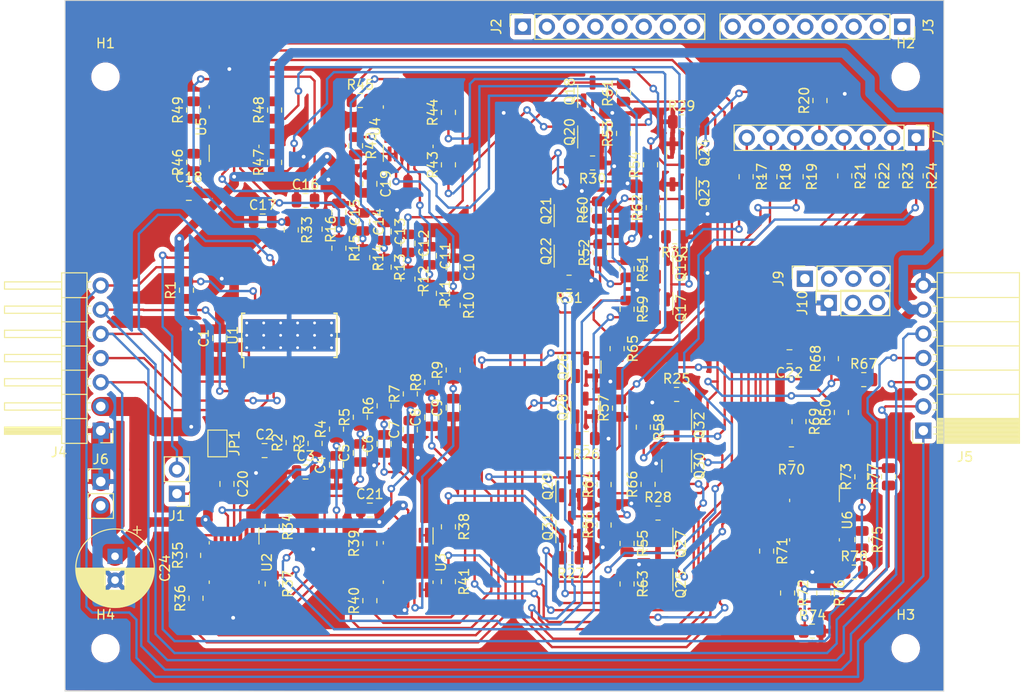
<source format=kicad_pcb>
(kicad_pcb (version 20221018) (generator pcbnew)
  (layers (0 "F.Cu" signal) (31 "B.Cu" signal) (34 "B.Paste" user) (35 "F.Paste" user) (36 "B.SilkS" user "B.Silkscreen") (37 "F.SilkS" user "F.Silkscreen") (38 "B.Mask" user) (39 "F.Mask" user) (44 "Edge.Cuts" user))
  (net 0 "")
  (net 1 "GND")
  (net 2 "Vcc")
  (net 3 "PB0")
  (net 4 "PB1")
  (net 5 "PB2")
  (net 6 "PB3")
  (net 7 "PB4")
  (net 8 "PB5")
  (net 9 "PB6")
  (net 10 "PB7")
  (net 11 "PC0")
  (net 12 "PC1")
  (net 13 "PC2")
  (net 14 "PC3")
  (net 15 "PC4")
  (net 16 "PC5")
  (net 17 "PC6")
  (net 18 "PC7")
  (net 19 "Net-(J1-Pin_1)")
  (net 20 "Net-(J1-Pin_2)")
  (net 21 "Net-(J2-Pin_1)")
  (net 22 "SCLK")
  (net 23 "Sin")
  (net 24 "BLANK")
  (net 25 "XLAT")
  (net 26 "GSCLK")
  (net 27 "Sout")
  (net 28 "Net-(J7-Pin_1)")
  (net 29 "Net-(J7-Pin_2)")
  (net 30 "Net-(J7-Pin_3)")
  (net 31 "Net-(J7-Pin_4)")
  (net 32 "Net-(J7-Pin_5)")
  (net 33 "Net-(J7-Pin_6)")
  (net 34 "Net-(J7-Pin_7)")
  (net 35 "Net-(J7-Pin_8)")
  (net 36 "S0")
  (net 37 "B0")
  (net 38 "S2")
  (net 39 "B2")
  (net 40 "C0")
  (net 41 "C2")
  (net 42 "S1")
  (net 43 "B1")
  (net 44 "C1")
  (net 45 "S3")
  (net 46 "B3")
  (net 47 "C3")
  (net 48 "S4")
  (net 49 "B4")
  (net 50 "S6")
  (net 51 "B6")
  (net 52 "C4")
  (net 53 "C6")
  (net 54 "S5")
  (net 55 "B5")
  (net 56 "S7")
  (net 57 "B7")
  (net 58 "C5")
  (net 59 "C7")
  (net 60 "Net-(U1-IREF)")
  (net 61 "Net-(U1-OUT0)")
  (net 62 "Net-(U1-OUT1)")
  (net 63 "Net-(U1-OUT2)")
  (net 64 "Net-(U1-OUT3)")
  (net 65 "Net-(U1-OUT4)")
  (net 66 "Net-(U1-OUT5)")
  (net 67 "Net-(U1-OUT6)")
  (net 68 "Net-(U1-OUT7)")
  (net 69 "Net-(U1-OUT8)")
  (net 70 "Net-(U1-OUT9)")
  (net 71 "Net-(U1-OUT10)")
  (net 72 "Net-(U1-OUT11)")
  (net 73 "Net-(U1-OUT12)")
  (net 74 "Net-(U1-OUT13)")
  (net 75 "Net-(U1-OUT14)")
  (net 76 "Net-(U1-OUT15)")
  (net 77 "Net-(U2A--)")
  (net 78 "Net-(U2B--)")
  (net 79 "Net-(U2C--)")
  (net 80 "Net-(U2D--)")
  (net 81 "Net-(U3A--)")
  (net 82 "Net-(U3B--)")
  (net 83 "Net-(U3C--)")
  (net 84 "Net-(U3D--)")
  (net 85 "Net-(U4A--)")
  (net 86 "Net-(U4B--)")
  (net 87 "Net-(U4C--)")
  (net 88 "Net-(U4D--)")
  (net 89 "Net-(U5A--)")
  (net 90 "Net-(U5B--)")
  (net 91 "Net-(U5C--)")
  (net 92 "Net-(U5D--)")
  (net 93 "Net-(J9-Pin_1)")
  (net 94 "Net-(U6A--)")
  (net 95 "Net-(U6A-+)")
  (net 96 "Net-(U6B--)")
  (net 97 "Net-(J9-Pin_2)")
  (net 98 "Net-(J9-Pin_3)")
  (net 99 "Net-(J9-Pin_4)")
  (net 100 "Net-(J10-Pin_2)")
  (net 101 "Net-(J10-Pin_3)")
  (net 102 "Net-(U6C--)")
  (net 103 "Net-(U6C-+)")
  (net 104 "Net-(U6D--)")
  (net 105 "Net-(U6D-+)")
  (footprint "Package_SO:HTSSOP-28-1EP_4.4x9.7mm_P0.65mm_EP3.4x9.5mm_Mask2.4x6.17mm_ThermalVias" (layer "F.Cu") (at 74.275 149.15 90)
    (fp_text reference "U1")
    (fp_text value "TLC5940PWP")
  )
  (footprint "Resistor_SMD:R_0805_2012Metric" (layer "F.Cu") (at 91.5 146 -90)
    (fp_text reference "R10")
    (fp_text value "47K")
  )
  (footprint "Package_TO_SOT_SMD:SOT-23" (layer "F.Cu") (at 103.6625 136.075 90)
    (fp_text reference "Q21")
    (fp_text value "BS170F")
  )
  (footprint "Resistor_SMD:R_0805_2012Metric" (layer "F.Cu") (at 137.6 132.4125 -90)
    (fp_text reference "R23")
    (fp_text value "10K")
  )
  (footprint "Capacitor_SMD:C_0805_2012Metric" (layer "F.Cu") (at 67.75 164.75 -90)
    (fp_text reference "C20")
    (fp_text value "0.1uF")
  )
  (footprint "Resistor_SMD:R_0805_2012Metric" (layer "F.Cu") (at 91 125.75 90)
    (fp_text reference "R44")
    (fp_text value "220R")
  )
  (footprint "Resistor_SMD:R_0805_2012Metric" (layer "F.Cu") (at 72.75 131 90)
    (fp_text reference "R47")
    (fp_text value "220R")
  )
  (footprint "Capacitor_SMD:C_0805_2012Metric" (layer "F.Cu") (at 84.25 138.25 -90)
    (fp_text reference "C13")
    (fp_text value "120nF")
  )
  (footprint "Package_TO_SOT_SMD:SOT-23" (layer "F.Cu") (at 113 175.3125 -90)
    (fp_text reference "Q25")
    (fp_text value "BS170F")
  )
  (footprint "Resistor_SMD:R_0805_2012Metric" (layer "F.Cu") (at 127.8 158.2 -90)
    (fp_text reference "R69")
    (fp_text value "220K")
  )
  (footprint "Connector_PinSocket_2.54mm:PinSocket_1x08_P2.54mm_Vertical" (layer "F.Cu") (at 98.8 116.75 90)
    (fp_text reference "J2")
    (fp_text value "Axon")
  )
  (footprint "Resistor_SMD:R_0805_2012Metric" (layer "F.Cu") (at 134.6 153.8)
    (fp_text reference "R67")
    (fp_text value "100K")
  )
  (footprint "Capacitor_SMD:C_0805_2012Metric" (layer "F.Cu") (at 71.7 161.25)
    (fp_text reference "C2")
    (fp_text value "120nF")
  )
  (footprint "Resistor_SMD:R_0805_2012Metric" (layer "F.Cu") (at 82 141 -90)
    (fp_text reference "R14")
    (fp_text value "47K")
  )
  (footprint "Resistor_SMD:R_0805_2012Metric" (layer "F.Cu") (at 72.5 169.25 -90)
    (fp_text reference "R34")
    (fp_text value "220R")
  )
  (footprint "Capacitor_SMD:C_0805_2012Metric" (layer "F.Cu") (at 89 140.8 -90)
    (fp_text reference "C11")
    (fp_text value "120nF")
  )
  (footprint "Resistor_SMD:R_0805_2012Metric" (layer "F.Cu") (at 134.4 170.6 -90)
    (fp_text reference "R75")
    (fp_text value "22K")
  )
  (footprint "Resistor_SMD:R_0805_2012Metric" (layer "F.Cu") (at 81.25 129.25 -90)
    (fp_text reference "R42")
    (fp_text value "220R")
  )
  (footprint "Capacitor_SMD:C_0805_2012Metric" (layer "F.Cu") (at 76 163.5)
    (fp_text reference "C3")
    (fp_text value "120nF")
  )
  (footprint "Package_TO_SOT_SMD:SOT-23" (layer "F.Cu") (at 103.6625 140.325 90)
    (fp_text reference "Q22")
    (fp_text value "BS170F")
  )
  (footprint "Package_TO_SOT_SMD:SOT-23" (layer "F.Cu") (at 115.4675 129.9825 -90)
    (fp_text reference "Q24")
    (fp_text value "BS170F")
  )
  (footprint "Resistor_SMD:R_0805_2012Metric" (layer "F.Cu") (at 87 155.3 90)
    (fp_text reference "R7")
    (fp_text value "47K")
  )
  (footprint "MountingHole:MountingHole_2.5mm" (layer "F.Cu") (at 55 122)
    (fp_text reference "H1")
    (fp_text value "MountingHole")
  )
  (footprint "Resistor_SMD:R_0805_2012Metric" (layer "F.Cu") (at 82.75 177 90)
    (fp_text reference "R40")
    (fp_text value "220R")
  )
  (footprint "Capacitor_SMD:C_0805_2012Metric" (layer "F.Cu") (at 87 159.05 90)
    (fp_text reference "C7")
    (fp_text value "120nF")
  )
  (footprint "Resistor_SMD:R_0805_2012Metric" (layer "F.Cu") (at 72.5 175.25 -90)
    (fp_text reference "R37")
    (fp_text value "220R")
  )
  (footprint "Package_TO_SOT_SMD:SOT-23" (layer "F.Cu") (at 113 171.0625 -90)
    (fp_text reference "Q27")
    (fp_text value "BS170F")
  )
  (footprint "Resistor_SMD:R_0805_2012Metric" (layer "F.Cu") (at 134.4 164 90)
    (fp_text reference "R73")
    (fp_text value "22K")
  )
  (footprint "Package_TO_SOT_SMD:SOT-23" (layer "F.Cu") (at 103.8375 165 90)
    (fp_text reference "Q29")
    (fp_text value "BS170F")
  )
  (footprint "Capacitor_SMD:C_0805_2012Metric" (layer "F.Cu") (at 79.5 136.25 -90)
    (fp_text reference "C15")
    (fp_text value "120nF")
  )
  (footprint "Resistor_SMD:R_0805_2012Metric" (layer "F.Cu") (at 79.25 159 90)
    (fp_text reference "R4")
    (fp_text value "47K")
  )
  (footprint "Capacitor_SMD:C_0805_2012Metric" (layer "F.Cu") (at 91.5 156.75 90)
    (fp_text reference "C9")
    (fp_text value "120nF")
  )
  (footprint "Capacitor_SMD:C_0805_2012Metric" (layer "F.Cu") (at 79.25 162.75 90)
    (fp_text reference "C4")
    (fp_text value "120nF")
  )
  (footprint "Package_TO_SOT_SMD:SOT-23" (layer "F.Cu") (at 105.45625 152.48125 90)
    (fp_text reference "Q26")
    (fp_text value "BS170F")
  )
  (footprint "Capacitor_SMD:C_0805_2012Metric" (layer "F.Cu") (at 76 135)
    (fp_text reference "C16")
    (fp_text value "120nF")
  )
  (footprint "Connector_PinSocket_2.54mm:PinSocket_1x08_P2.54mm_Vertical" (layer "F.Cu") (at 138.62 116.75 -90)
    (fp_text reference "J3")
    (fp_text value "Axon")
  )
  (footprint "Resistor_SMD:R_0805_2012Metric" (layer "F.Cu") (at 107.3375 164.8125 90)
    (fp_text reference "R64")
    (fp_text value "220K")
  )
  (footprint "Resistor_SMD:R_0805_2012Metric" (layer "F.Cu") (at 132.6 132.4125 -90)
    (fp_text reference "R21")
    (fp_text value "10K")
  )
  (footprint "Resistor_SMD:R_0805_2012Metric" (layer "F.Cu") (at 64.25 125.5 90)
    (fp_text reference "R49")
    (fp_text value "220R")
  )
  (footprint "Capacitor_SMD:C_0805_2012Metric" (layer "F.Cu") (at 84.25 160.55 90)
    (fp_text reference "C6")
    (fp_text value "120nF")
  )
  (footprint "Resistor_SMD:R_0805_2012Metric" (layer "F.Cu") (at 124.75 132.5 -90)
    (fp_text reference "R18")
    (fp_text value "10K")
  )
  (footprint "Resistor_SMD:R_0805_2012Metric" (layer "F.Cu") (at 130 124.5 90)
    (fp_text reference "R20")
    (fp_text value "10K")
  )
  (footprint "Resistor_SMD:R_0805_2012Metric" (layer "F.Cu") (at 109.38 127.9575 90)
    (fp_text reference "R53")
    (fp_text value "470K")
  )
  (footprint "Resistor_SMD:R_0805_2012Metric" (layer "F.Cu") (at 105.45625 159.98125 180)
    (fp_text reference "R26")
    (fp_text value "1M")
  )
  (footprint "Resistor_SMD:R_0805_2012Metric" (layer "F.Cu") (at 108.95625 156.79375 90)
    (fp_text reference "R57")
    (fp_text value "470K")
  )
  (footprint "Resistor_SMD:R_0805_2012Metric" (layer "F.Cu") (at 72.75 125.5 90)
    (fp_text reference "R48")
    (fp_text value "220R")
  )
  (footprint "Package_TO_SOT_SMD:SOT-23" (layer "F.Cu") (at 105.40625 156.73125 90)
    (fp_text reference "Q28")
    (fp_text value "BS170F")
  )
  (footprint "Resistor_SMD:R_0805_2012Metric" (layer "F.Cu") (at 109.75 171 -90)
    (fp_text reference "R55")
    (fp_text value "470K")
  )
  (footprint "Package_TO_SOT_SMD:SOT-23" (layer "F.Cu") (at 113 146.3125 -90)
    (fp_text reference "Q17")
    (fp_text value "BS170F")
  )
  (footprint "Resistor_SMD:R_0805_2012Metric" (layer "F.Cu") (at 137.2 164 90)
    (fp_text reference "R77")
    (fp_text value "22K")
  )
  (footprint "Capacitor_SMD:C_0805_2012Metric" (layer "F.Cu") (at 91.5 142 -90)
    (fp_text reference "C10")
    (fp_text value "120nF")
  )
  (footprint "Package_TO_SOT_SMD:SOT-23" (layer "F.Cu") (at 114.95625 158.60625 -90)
    (fp_text reference "Q32")
    (fp_text value "BS170F")
  )
  (footprint "Capacitor_SMD:C_0805_2012Metric" (layer "F.Cu") (at 63.75 134.25)
    (fp_text reference "C18")
    (fp_text value "0.1uF")
  )
  (footprint "Resistor_SMD:R_0805_2012Metric" (layer "F.Cu") (at 126.6 176.2 -90)
    (fp_text reference "R72")
    (fp_text value "22K")
  )
  (footprint "Resistor_SMD:R_0805_2012Metric" (layer "F.Cu") (at 106.9125 140.475 90)
    (fp_text reference "R52")
    (fp_text value "470K")
  )
  (footprint "Resistor_SMD:R_0805_2012Metric" (layer "F.Cu") (at 114.95625 155.35625)
    (fp_text reference "R25")
    (fp_text value "1M")
  )
  (footprint "Resistor_SMD:R_0805_2012Metric" (layer "F.Cu") (at 91.5 152.8 90)
    (fp_text reference "R9")
    (fp_text value "47K")
  )
  (footprint "Package_TO_SOT_SMD:SOT-23" (layer "F.Cu") (at 103.8375 169.25 90)
    (fp_text reference "Q31")
    (fp_text value "BS170F")
  )
  (footprint "Package_TO_SOT_SMD:SOT-23" (layer "F.Cu") (at 114.95625 162.85625 -90)
    (fp_text reference "Q30")
    (fp_text value "BS170F")
  )
  (footprint "Resistor_SMD:R_0805_2012Metric" (layer "F.Cu") (at 79.5 140 -90)
    (fp_text reference "R15")
    (fp_text value "47K")
  )
  (footprint "Resistor_SMD:R_0805_2012Metric" (layer "F.Cu") (at 89.25 154.0875 90)
    (fp_text reference "R8")
    (fp_text value "47K")
  )
  (footprint "Resistor_SMD:R_0805_2012Metric" (layer "F.Cu") (at 109.38 123.7075 90)
    (fp_text reference "R61")
    (fp_text value "220K")
  )
  (footprint "Resistor_SMD:R_0805_2012Metric" (layer "F.Cu") (at 115.4675 126.7325)
    (fp_text reference "R29")
    (fp_text value "1M")
  )
  (footprint "Resistor_SMD:R_0805_2012Metric" (layer "F.Cu") (at 82.75 171 90)
    (fp_text reference "R39")
    (fp_text value "220R")
  )
  (footprint "Resistor_SMD:R_0805_2012Metric" (layer "F.Cu") (at 64.25 172.25 90)
    (fp_text reference "R35")
    (fp_text value "220R")
  )
  (footprint "Resistor_SMD:R_0805_2012Metric" (layer "F.Cu") (at 91 169.25 -90)
    (fp_text reference "R38")
    (fp_text value "220R")
  )
  (footprint "Resistor_SMD:R_0805_2012Metric" (layer "F.Cu") (at 109.75 146.4125 -90)
    (fp_text reference "R59")
    (fp_text value "220K")
  )
  (footprint "MountingHole:MountingHole_2.5mm" (layer "F.Cu") (at 139 122)
    (fp_text reference "H2")
    (fp_text value "MountingHole")
  )
  (footprint "Capacitor_THT:CP_Radial_D8.0mm_P2.50mm" (layer "F.Cu") (at 56 172.347349 -90)
    (fp_text reference "C24")
    (fp_text value "10uF")
  )
  (footprint "Resistor_SMD:R_0805_2012Metric" (layer "F.Cu") (at 127.5 132.5 -90)
    (fp_text reference "R19")
    (fp_text value "10K")
  )
  (footprint "Connector_PinHeader_2.54mm:PinHeader_1x07_P2.54mm_Horizontal" (layer "F.Cu") (at 54.5 159.16 180)
    (fp_text reference "J4")
    (fp_text value "PWM-in")
  )
  (footprint "Resistor_SMD:R_0805_2012Metric" (layer "F.Cu") (at 129.2 180.2)
    (fp_text reference "R74")
    (fp_text value "22K")
  )
  (footprint "Resistor_SMD:R_0805_2012Metric" (layer "F.Cu") (at 77 138 -90)
    (fp_text reference "R16")
    (fp_text value "47K")
  )
  (footprint "Resistor_SMD:R_0805_2012Metric" (layer "F.Cu") (at 103.8375 172.5 180)
    (fp_text reference "R27")
    (fp_text value "1M")
  )
  (footprint "Resistor_SMD:R_0805_2012Metric" (layer "F.Cu") (at 103.6625 143.575 180)
    (fp_text reference "R31")
    (fp_text value "1M")
  )
  (footprint "Capacitor_SMD:C_0805_2012Metric" (layer "F.Cu") (at 71.5 137.15)
    (fp_text reference "C17")
    (fp_text value "120nF")
  )
  (footprint "Resistor_SMD:R_0805_2012Metric" (layer "F.Cu") (at 113 167.8125)
    (fp_text reference "R28")
    (fp_text value "1M")
  )
  (footprint "Resistor_SMD:R_0805_2012Metric" (layer "F.Cu") (at 109.75 175.25 -90)
    (fp_text reference "R63")
    (fp_text value "220K")
  )
  (footprint "MountingHole:MountingHole_2.5mm" (layer "F.Cu") (at 55 182)
    (fp_text reference "H4")
    (fp_text value "MountingHole")
  )
  (footprint "Resistor_SMD:R_0805_2012Metric" (layer "F.Cu") (at 64.5 176.75 90)
    (fp_text reference "R36")
    (fp_text value "220R")
  )
  (footprint "Resistor_SMD:R_0805_2012Metric" (layer "F.Cu") (at 106.75 136 90)
    (fp_text reference "R60")
    (fp_text value "220K")
  )
  (footprint "Connector_PinSocket_2.54mm:PinSocket_1x07_P2.54mm_Horizontal" (layer "F.Cu") (at 140.85 159.15 180)
    (fp_text reference "J5")
    (fp_text value "PWM-out")
  )
  (footprint "Capacitor_SMD:C_0805_2012Metric" (layer "F.Cu") (at 86.75 139.5 -90)
    (fp_text reference "C12")
    (fp_text value "120nF")
  )
  (footprint "Resistor_SMD:R_0805_2012Metric" (layer "F.Cu") (at 133.6 174)
    (fp_text reference "R78")
    (fp_text value "22K")
  )
  (footprint "Jumper:SolderJumper-2_P1.3mm_Bridged2Bar_Pad1.0x1.5mm" (layer "F.Cu") (at 66.75 160.5 -90)
    (fp_text reference "JP1")
    (fp_text value "sj")
  )
  (footprint "Resistor_SMD:R_0805_2012Metric" (layer "F.Cu") (at 74.5 138.0875 -90)
    (fp_text reference "R33")
    (fp_text value "47K")
  )
  (footprint "Resistor_SMD:R_0805_2012Metric" (layer "F.Cu") (at 86.75 143.25 -90)
    (fp_text reference "R12")
    (fp_text value "47K")
  )
  (footprint "Resistor_SMD:R_0805_2012Metric" (layer "F.Cu") (at 107.3375 169.0625 90)
    (fp_text reference "R56")
    (fp_text value "470K")
  )
  (footprint "Resistor_SMD:R_0805_2012Metric" (layer "F.Cu") (at 77 160.5 90)
    (fp_text reference "R3")
    (fp_text value "47K")
  )
  (footprint "Resistor_SMD:R_0805_2012Metric" (layer "F.Cu") (at 106.13 131.0575 180)
    (fp_text reference "R30")
    (fp_text value "1M")
  )
  (footprint "Package_SO:HTSSOP-14-1EP_4.4x5mm_P0.65mm_EP3.4x5mm_Mask3x3.1mm" (layer "F.Cu") (at 68.5 173 -90)
    (fp_text reference "U2")
    (fp_text value "MCP6004")
  )
  (footprint "Resistor_SMD:R_0805_2012Metric" (layer "F.Cu") (at 135.1 132.4125 -90)
    (fp_text reference "R22")
    (fp_text value "10K")
  )
  (footprint "Package_SO:HTSSOP-14-1EP_4.4x5mm_P0.65mm_EP3.4x5mm_Mask3x3.1mm" (layer "F.Cu") (at 129.425 168.55 -90)
    (fp_text reference "U6")
    (fp_text value "MCP6004")
  )
  (footprint "Capacitor_SMD:C_0805_2012Metric" (layer "F.Cu") (at 82.75 167.5)
    (fp_text reference "C21")
    (fp_text value "0.1uF")
  )
  (footprint "Package_TO_SOT_SMD:SOT-23" (layer "F.Cu") (at 106.13 123.5575 90)
    (fp_text reference "Q18")
    (fp_text value "BS170F")
  )
  (footprint "Connector_PinSocket_2.54mm:PinSocket_1x03_P2.54mm_Vertical" (layer "F.Cu") (at 130.92 145.75 90)
    (fp_text reference "J10")
    (fp_text value "comb")
  )
  (footprint "Resistor_SMD:R_0805_2012Metric" (layer "F.Cu") (at 81.75 124.5)
    (fp_text reference "R45")
    (fp_text value "220R")
  )
  (footprint "Capacitor_SMD:C_0805_2012Metric" (layer "F.Cu") (at 126.8 151.4 180)
    (fp_text reference "C22")
    (fp_text value "0.1uF")
  )
  (footprint "Resistor_SMD:R_0805_2012Metric" (layer "F.Cu") (at 63.5 144.4125 90)
    (fp_text reference "R1")
    (fp_text value "2K2")
  )
  (footprint "Resistor_SMD:R_0805_2012Metric" (layer "F.Cu") (at 91 175 -90)
    (fp_text reference "R41")
    (fp_text value "220R")
  )
  (footprint "Resistor_SMD:R_0805_2012Metric" (layer "F.Cu") (at 124.4 171.8 -90)
    (fp_text reference "R71")
    (fp_text value "22K")
  )
  (footprint "MountingHole:MountingHole_2.5mm" (layer "F.Cu") (at 139 182)
    (fp_text reference "H3")
    (fp_text value "MountingHole")
  )
  (footprint "Resistor_SMD:R_0805_2012Metric" (layer "F.Cu") (at 111.45625 158.79375 -90)
    (fp_text reference "R58")
    (fp_text value "470K")
  )
  (footprint "Resistor_SMD:R_0805_2012Metric" (layer "F.Cu") (at 112.5 135.75 90)
    (fp_text reference "R62")
    (fp_text value "220K")
  )
  (footprint "Resistor_SMD:R_0805_2012Metric" (layer "F.Cu") (at 64.25 131 90)
    (fp_text reference "R46")
    (fp_text value "220R")
  )
  (footprint "Resistor_SMD:R_0805_2012Metric" (layer "F.Cu") (at 112.2175 131.25 90)
    (fp_text reference "R54")
    (fp_text value "470K")
  )
  (footprint "Connector_PinHeader_2.54mm:PinHeader_1x02_P2.54mm_Vertical" (layer "F.Cu") (at 54.5 164.5)
    (fp_text reference "J6")
    (fp_text value "pwr")
  )
  (footprint "Resistor_SMD:R_0805_2012Metric" (layer "F.Cu") (at 130.4 176.2 -90)
    (fp_text reference "R76")
    (fp_text value "22K")
  )
  (footprint "Package_TO_SOT_SMD:SOT-23" (layer "F.Cu") (at 115.4675 134.2325 -90)
    (fp_text reference "Q23")
    (fp_text value "BS170F")
  )
  (footprint "Resistor_SMD:R_0805_2012Metric" (layer "F.Cu") (at 81.75 157.75 90)
    (fp_text reference "R5")
    (fp_text value "47K")
  )
  (footprint "Capacitor_SMD:C_0805_2012Metric" (layer "F.Cu") (at 67 149.45 90)
    (fp_text reference "C1")
    (fp_text value "0.1uF")
  )
  (footprint "Capacitor_SMD:C_0805_2012Metric" (layer "F.Cu") (at 81.75 161.5 90)
    (fp_text reference "C5")
    (fp_text value "120nF")
  )
  (footprint "Resistor_SMD:R_0805_2012Metric" (layer "F.Cu") (at 91 131.25 90)
    (fp_text reference "R43")
    (fp_text value "220R")
  )
  (footprint "Resistor_SMD:R_0805_2012Metric" (layer "F.Cu") (at 132.25 157.25 90)
    (fp_text reference "R50")
    (fp_text value "22K")
  )
  (footprint "Capacitor_SMD:C_0805_2012Metric" (layer "F.Cu") (at 82 137.25 -90)
    (fp_text reference "C14")
    (fp_text value "120nF")
  )
  (footprint "Capacitor_SMD:C_0805_2012Metric" (layer "F.Cu") (at 82.75 133.25 -90)
    (fp_text reference "C19")
    (fp_text value "0.1uF")
  )
  (footprint "Package_SO:HTSSOP-14-1EP_4.4x5mm_P0.65mm_EP3.4x5mm_Mask3x3.1mm" (layer "F.Cu") (at 86.775 173 -90)
    (fp_text reference "U3")
    (fp_text value "MCP6004")
  )
  (footprint "Resistor_SMD:R_0805_2012Metric" (layer "F.Cu") (at 127 161.6 180)
    (fp_text reference "R70")
    (fp_text value "220K")
  )
  (footprint "Resistor_SMD:R_0805_2012Metric" (layer "F.Cu") (at 131.2 151.6 90)
    (fp_text reference "R68")
    (fp_text value "100K")
  )
  (footprint "Resistor_SMD:R_0805_2012Metric" (layer "F.Cu") (at 109.75 142.1625 -90)
    (fp_text reference "R51")
    (fp_text value "470K")
  )
  (footprint "Resistor_SMD:R_0805_2012Metric" (layer "F.Cu") (at 122.25 132.5 -90)
    (fp_text reference "R17")
    (fp_text value "10K")
  )
  (footprint "Connector_PinSocket_2.54mm:PinSocket_1x04_P2.54mm_Vertical" (layer "F.Cu") (at 128.42 143.21 90)
    (fp_text reference "J9")
    (fp_text value "sel")
  )
  (footprint "Resistor_SMD:R_0805_2012Metric" (layer "F.Cu") (at 114.75 138.8125 180)
    (fp_text reference "R32")
    (fp_text value "1M")
  )
  (footprint "Capacitor_SMD:C_0805_2012Metric" (layer "F.Cu") (at 89.25 157.75 90)
    (fp_text reference "C8")
    (fp_text value "120nF")
  )
  (footprint "Resistor_SMD:R_0805_2012Metric" (layer "F.Cu") (at 140.1 132.4125 -90)
    (fp_text reference "R24")
    (fp_text value "10K")
  )
  (footprint "Resistor_SMD:R_0805_2012Metric" (layer "F.Cu") (at 74.7 160.4125 90)
    (fp_text reference "R2")
    (fp_text value "47K")
  )
  (footprint "Resistor_SMD:R_0805_2012Metric" (layer "F.Cu") (at 111.95625 164.79375 90)
    (fp_text reference "R66")
    (fp_text value "220K")
  )
  (footprint "Package_TO_SOT_SMD:SOT-23" (layer "F.Cu") (at 113 142.0625 -90)
    (fp_text reference "Q19")
    (fp_text value "BS170F")
  )
  (footprint "Package_TO_SOT_SMD:SOT-23" (layer "F.Cu") (at 106.13 127.8075 90)
    (fp_text reference "Q20")
    (fp_text value "BS170F")
  )
  (footprint "Resistor_SMD:R_0805_2012Metric" (layer "F.Cu") (at 108.70625 150.54375 -90)
    (fp_text reference "R65")
    (fp_text value "220K")
  )
  (footprint "Connector_PinHeader_2.54mm:PinHeader_1x02_P2.54mm_Vertical" (layer "F.Cu") (at 62.5 165.775 180)
    (fp_text reference "J1")
    (fp_text value "prg-err")
  )
  (footprint "Resistor_SMD:R_0805_2012Metric" (layer "F.Cu") (at 89 144.75 -90)
    (fp_text reference "R11")
    (fp_text value "47K")
  )
  (footprint "Connector_PinHeader_2.54mm:PinHeader_1x08_P2.54mm_Vertical" (layer "F.Cu") (at 140.1 128.4125 -90)
    (fp_text reference "J7")
    (fp_text value "synapses")
  )
  (footprint "Package_SO:HTSSOP-14-1EP_4.4x5mm_P0.65mm_EP3.4x5mm_Mask3x3.1mm" (layer "F.Cu") (at 68.5 127.25 90)
    (fp_text reference "U5")
    (fp_text value "MCP6004")
  )
  (footprint "Package_SO:HTSSOP-14-1EP_4.4x5mm_P0.65mm_EP3.4x5mm_Mask3x3.1mm" (layer "F.Cu") (at 86.775 127.25 90)
    (fp_text reference "U4")
    (fp_text value "MCP6004")
  )
  (footprint "Resistor_SMD:R_0805_2012Metric" (layer "F.Cu") (at 84.25 156.55 90)
    (fp_text reference "R6")
    (fp_text value "47K")
  )
  (footprint "Resistor_SMD:R_0805_2012Metric" (layer "F.Cu") (at 84.25 142 -90)
    (fp_text reference "R13")
    (fp_text value "47K")
  )
  (gr_rect (start 50.75 114) (end 143 186.5) (stroke (width 0.1)) (fill none) (layer "Edge.Cuts"))
  (segment (start 68.5 178.7) (end 68.4 178.8) (width 0.25) (layer "F.Cu") (net 1))
  (segment (start 79.5 135.3) (end 81 135.3) (width 0.25) (layer "F.Cu") (net 1))
  (segment (start 86.775 177.625) (end 86.4 178) (width 0.25) (layer "F.Cu") (net 1))
  (segment (start 86.775 122.425) (end 87 122.2) (width 0.25) (layer "F.Cu") (net 1))
  (segment (start 129.425 173.775) (end 129.2 174) (width 0.25) (layer "F.Cu") (net 1))
  (segment (start 81 135.3) (end 82 136.3) (width 0.25) (layer "F.Cu") (net 1))
  (segment (start 70.05 152) (end 70.05 150.675) (width 0.25) (layer "F.Cu") (net 1))
  (segment (start 86.775 124.3875) (end 86.775 122.425) (width 0.25) (layer "F.Cu") (net 1))
  (segment (start 68.5 175.8625) (end 68.5 178.7) (width 0.25) (layer "F.Cu") (net 1))
  (segment (start 68.5 121.7) (end 68 121.2) (width 0.25) (layer "F.Cu") (net 1))
  (segment (start 114.5175 133.295) (end 109.895 133.295) (width 0.25) (layer "F.Cu") (net 1))
  (segment (start 69.775 150.4) (end 69.825 150.45) (width 1) (layer "F.Cu") (net 1))
  (segment (start 54.5 162) (end 54.5 164.5) (width 2) (layer "F.Cu") (net 1))
  (segment (start 67 150.4) (end 69.775 150.4) (width 1) (layer "F.Cu") (net 1))
  (segment (start 129.425 171.4125) (end 129.425 173.775) (width 0.25) (layer "F.Cu") (net 1))
  (segment (start 68.5 124.3875) (end 68.5 121.7) (width 0.25) (layer "F.Cu") (net 1))
  (segment (start 87 122.2) (end 93.2 122.2) (width 0.25) (layer "F.Cu") (net 1))
  (segment (start 70.05 150.675) (end 69.825 150.45) (width 0.25) (layer "F.Cu") (net 1))
  (segment (start 109.895 133.295) (end 109.8 133.2) (width 0.25) (layer "F.Cu") (net 1))
  (segment (start 54.5 159.16) (end 54.5 162) (width 2) (layer "F.Cu") (net 1))
  (segment (start 86.775 175.8625) (end 86.775 177.625) (width 0.25) (layer "F.Cu") (net 1))
  (segment (start 93.2 122.2) (end 96.8 125.8) (width 0.25) (layer "F.Cu") (net 1))
  (via (at 85.6 136) (size 0.8) (drill 0.4) (layers "F.Cu" "B.Cu") (net 1))
  (via (at 109.8 133.2) (size 0.8) (drill 0.4) (layers "F.Cu" "B.Cu") (net 1))
  (via (at 87.8 162) (size 0.8) (drill 0.4) (layers "F.Cu" "B.Cu") (net 1))
  (via (at 86.4 178) (size 0.8) (drill 0.4) (layers "F.Cu" "B.Cu") (net 1))
  (via (at 108.4 131.4) (size 0.8) (drill 0.4) (layers "F.Cu" "B.Cu") (net 1))
  (via (at 111 173.2) (size 0.8) (drill 0.4) (layers "F.Cu" "B.Cu") (net 1))
  (via (at 110.8 144.4) (size 0.8) (drill 0.4) (layers "F.Cu" "B.Cu") (net 1))
  (via (at 68 121.2) (size 0.8) (drill 0.4) (layers "F.Cu" "B.Cu") (net 1))
  (via (at 107.8 160) (size 0.8) (drill 0.4) (layers "F.Cu" "B.Cu") (net 1))
  (via (at 70.8 163.6) (size 0.8) (drill 0.4) (layers "F.Cu" "B.Cu") (net 1))
  (via (at 129.2 174) (size 0.8) (drill 0.4) (layers "F.Cu" "B.Cu") (net 1))
  (via (at 76.8 171.6) (size 0.8) (drill 0.4) (layers "F.Cu" "B.Cu") (net 1))
  (via (at 108 154) (size 0.8) (drill 0.4) (layers "F.Cu" "B.Cu") (net 1))
  (via (at 118.2 136.4) (size 0.8) (drill 0.4) (layers "F.Cu" "B.Cu") (net 1))
  (via (at 84.2 132.2) (size 0.8) (drill 0.4) (layers "F.Cu" "B.Cu") (net 1))
  (via (at 108.2 125.8) (size 0.8) (drill 0.4) (layers "F.Cu" "B.Cu") (net 1))
  (via (at 112.2 138.8) (size 0.8) (drill 0.4) (layers "F.Cu" "B.Cu") (net 1))
  (via (at 105 134) (size 0.8) (drill 0.4) (layers "F.Cu" "B.Cu") (net 1))
  (via (at 96.8 125.8) (size 0.8) (drill 0.4) (layers "F.Cu" "B.Cu") (net 1))
  (via (at 75.8 130.4) (size 0.8) (drill 0.4) (layers "F.Cu" "B.Cu") (net 1))
  (via (at 106 143.4) (size 0.8) (drill 0.4) (layers "F.Cu" "B.Cu") (net 1))
  (via (at 112.4 156.2) (size 0.8) (drill 0.4) (layers "F.Cu" "B.Cu") (net 1))
  (via (at 68.4 178.8) (size 0.8) (drill 0.4) (layers "F.Cu" "B.Cu") (net 1))
  (via (at 67.2 143.2) (size 0.8) (drill 0.4) (layers "F.Cu" "B.Cu") (net 1))
  (via (at 107.2 171.4) (size 0.8) (drill 0.4) (layers "F.Cu" "B.Cu") (net 1))
  (via (at 83.2 162.8) (size 0.8) (drill 0.4) (layers "F.Cu" "B.Cu") (net 1))
  (via (at 78.4 132.8) (size 0.8) (drill 0.4) (layers "F.Cu" "B.Cu") (net 1))
  (via (at 132.6 123.8) (size 0.8) (drill 0.4) (layers "F.Cu" "B.Cu") (net 1))
  (via (at 110.2 166.8) (size 0.8) (drill 0.4) (layers "F.Cu" "B.Cu") (net 1))
  (via (at 112.8 162.6) (size 0.8) (drill 0.4) (layers "F.Cu" "B.Cu") (net 1))
  (via (at 118.2 142.6) (size 0.8) (drill 0.4) (layers "F.Cu" "B.Cu") (net 1))
  (segment (start 108.4 131.8) (end 109.8 133.2) (width 0.25) (layer "B.Cu") (net 1))
  (segment (start 108.4 131.4) (end 108.4 131.8) (width 0.25) (layer "B.Cu") (net 1))
  (segment (start 66.5 165.75) (end 68.25 165.75) (width 1) (layer "F.Cu") (net 2))
  (segment (start 54.5 156.62) (end 58.12 156.62) (width 2) (layer "F.Cu") (net 2))
  (segment (start 68.5 130.1125) (end 68.5 132.5) (width 0.25) (layer "F.Cu") (net 2))
  (segment (start 66.75 134.25) (end 64.7 134.25) (width 1) (layer "F.Cu") (net 2))
  (segment (start 80 132.15) (end 80 132.5) (width 1) (layer "F.Cu") (net 2))
  (segment (start 59.597349 168.75) (end 58.5 169.847349) (width 1) (layer "F.Cu") (net 2))
  (segment (start 58.5 163.25) (end 58.5 169.847349) (width 2) (layer "F.Cu") (net 2))
  (segment (start 67 146) (end 68.5 144.5) (width 1) (layer "F.Cu") (net 2))
  (segment (start 65.5 168.5) (end 65.75 168.5) (width 1) (layer "F.Cu") (net 2))
  (segment (start 68.5 166) (end 68.5 165.5) (width 0.25) (layer "F.Cu") (net 2))
  (segment (start 65.75 166.5) (end 66.5 165.75) (width 1) (layer "F.Cu") (net 2))
  (segment (start 126.2875 157.2875) (end 127.8 157.2875) (width 1) (layer "F.Cu") (net 2))
  (segment (start 54.5 170.847349) (end 56 172.347349) (width 2) (layer "F.Cu") (net 2))
  (segment (start 86.775 132.725) (end 86.75 132.75) (width 0.25) (layer "F.Cu") (net 2))
  (segment (start 58.12 156.62) (end 60.25 158.75) (width 2) (layer "F.Cu") (net 2))
  (segment (start 80 132.5) (end 81.7 134.2) (width 1) (layer "F.Cu") (net 2))
  (segment (start 129.425 157.8) (end 128.9125 157.2875) (width 0.25) (layer "F.Cu") (net 2))
  (segment (start 126.2 148.8) (end 125.8 149.2) (width 1) (layer "F.Cu") (net 2))
  (segment (start 65.5 168.75) (end 65.5 168.75) (width 1) (layer "F.Cu") (net 2))
  (segment (start 64 158.75) (end 60.25 158.75) (width 2) (layer "F.Cu") (net 2))
  (segment (start 58.5 163.25) (end 58.5 157) (width 2) (layer "F.Cu") (net 2))
  (segment (start 58.5 157) (end 58.12 156.62) (width 2) (layer "F.Cu") (net 2))
  (segment (start 83.75 168.75) (end 83.75 167.55) (width 1) (layer "F.Cu") (net 2))
  (segment (start 71.35 143.85) (end 71 143.5) (width 0.25) (layer "F.Cu") (net 2))
  (segment (start 128.9125 157.2875) (end 127.8 157.2875) (width 0.25) (layer "F.Cu") (net 2))
  (segment (start 86.775 170.1375) (end 86.775 167.525) (width 0.25) (layer "F.Cu") (net 2))
  (segment (start 68.5 144.5) (end 68.5 146) (width 1) (layer "F.Cu") (net 2))
  (segment (start 64.25 168.75) (end 65.5 168.75) (width 1) (layer "F.Cu") (net 2))
  (segment (start 78.25 130.4) (end 80 132.15) (width 1) (layer "F.Cu") (net 2))
  (segment (start 84 134.2) (end 84.55 134.75) (width 1) (layer "F.Cu") (net 2))
  (segment (start 129.425 165.6875) (end 129.425 157.8) (width 0.25) (layer "F.Cu") (net 2))
  (segment (start 62.75 139) (end 67.125 134.625) (width 1) (layer "F.Cu") (net 2))
  (segment (start 65.5 168.75) (end 65.5 168.5) (width 1) (layer "F.Cu") (net 2))
  (segment (start 71 143.5) (end 68.5 143.5) (width 0.25) (layer "F.Cu") (net 2))
  (segment (start 68.8 146.3) (end 70.05 146.3) (width 0.25) (layer "F.Cu") (net 2))
  (segment (start 71.35 146.3) (end 71.35 143.85) (width 0.25) (layer "F.Cu") (net 2))
  (segment (start 81.7 134.2) (end 84 134.2) (width 1) (layer "F.Cu") (net 2))
  (segment (start 68.5 146) (end 68.8 146.3) (width 1) (layer "F.Cu") (net 2))
  (segment (start 139.75 146.45) (end 137.4 148.8) (width 1) (layer "F.Cu") (net 2))
  (segment (start 67 148.5) (end 67 146) (width 1) (layer "F.Cu") (net 2))
  (segment (start 58.5 169.847349) (end 56 172.347349) (width 2) (layer "F.Cu") (net 2))
  (segment (start 135.5125 153.8) (end 135.5125 150.6875) (width 0.25) (layer "F.Cu") (net 2))
  (segment (start 67.125 134.625) (end 68.5 133.25) (width 1) (layer "F.Cu") (net 2))
  (segment (start 86.75 134.75) (end 86.75 132.75) (width 1) (layer "F.Cu") (net 2))
  (segment (start 67.125 134.625) (end 66.75 134.25) (width 1) (layer "F.Cu") (net 2))
  (segment (start 65.75 168.5) (end 65.75 166.5) (width 1) (layer "F.Cu") (net 2))
  (segment (start 68.5 170.1375) (end 68.5 166) (width 0.25) (layer "F.Cu") (net 2))
  (segment (start 84.55 134.75) (end 86.75 134.75) (width 1) (layer "F.Cu") (net 2))
  (segment (start 54.5 167.04) (end 54.5 170.847349) (width 2) (layer "F.Cu") (net 2))
  (segment (start 86.775 167.525) (end 86.25 167) (width 0.25) (layer "F.Cu") (net 2))
  (segment (start 125.8 149.2) (end 125.8 156.8) (width 1) (layer "F.Cu") (net 2))
  (segment (start 125.8 156.8) (end 126.2875 157.2875) (width 1) (layer "F.Cu") (net 2))
  (segment (start 140.85 146.45) (end 139.75 146.45) (width 1) (layer "F.Cu") (net 2))
  (segment (start 68.5 144.5) (end 68.5 143.5) (width 1) (layer "F.Cu") (net 2))
  (segment (start 65.75 168.5) (end 65.75 168.5) (width 1) (layer "F.Cu") (net 2))
  (segment (start 64.25 168.75) (end 59.597349 168.75) (width 1) (layer "F.Cu") (net 2))
  (segment (start 67 148.5) (end 64 148.5) (width 1) (layer "F.Cu") (net 2))
  (segment (start 137.4 148.8) (end 126.2 148.8) (width 1) (layer "F.Cu") (net 2))
  (segment (start 83.75 167.55) (end 83.7 167.5) (width 1) (layer "F.Cu") (net 2))
  (segment (start 68.5 133.25) (end 68.5 132.5) (width 1) (layer "F.Cu") (net 2))
  (segment (start 135.5125 150.6875) (end 137.4 148.8) (width 0.25) (layer "F.Cu") (net 2))
  (segment (start 58.5 160.5) (end 58.5 163.25) (width 2) (layer "F.Cu") (net 2))
  (segment (start 68.25 165.75) (end 68.5 166) (width 1) (layer "F.Cu") (net 2))
  (segment (start 86.775 130.1125) (end 86.775 132.725) (width 0.25) (layer "F.Cu") (net 2))
  (via (at 68.5 132.5) (size 0.8) (drill 0.4) (layers "F.Cu" "B.Cu") (net 2))
  (via (at 78.25 130.4) (size 0.8) (drill 0.4) (layers "F.Cu" "B.Cu") (net 2))
  (via (at 62.75 139) (size 0.8) (drill 0.4) (layers "F.Cu" "B.Cu") (net 2))
  (via (at 83.75 168.75) (size 0.8) (drill 0.4) (layers "F.Cu" "B.Cu") (net 2))
  (via (at 86.25 167) (size 0.8) (drill 0.4) (layers "F.Cu" "B.Cu") (net 2))
  (via (at 64 158.75) (size 0.8) (drill 0.4) (layers "F.Cu" "B.Cu") (net 2))
  (via (at 64 148.5) (size 0.8) (drill 0.4) (layers "F.Cu" "B.Cu") (net 2))
  (via (at 65.5 168.5) (size 0.8) (drill 0.4) (layers "F.Cu" "B.Cu") (net 2))
  (segment (start 64 148.5) (end 62.75 147.25) (width 1) (layer "B.Cu") (net 2))
  (segment (start 69.625 168.875) (end 83.875 168.875) (width 1) (layer "B.Cu") (net 2))
  (segment (start 73.25 120.75) (end 74.5 119.5) (width 1) (layer "B.Cu") (net 2))
  (segment (start 142.5 139.75) (end 141 141.25) (width 1) (layer "B.Cu") (net 2))
  (segment (start 65.5 168.75) (end 65.5 168.5) (width 1) (layer "B.Cu") (net 2))
  (segment (start 68.75 169.75) (end 69.625 168.875) (width 1) (layer "B.Cu") (net 2))
  (segment (start 74.5 119.5) (end 132.5 119.5) (width 1) (layer "B.Cu") (net 2))
  (segment (start 66.5 169.75) (end 68.75 169.75) (width 1) (layer "B.Cu") (net 2))
  (segment (start 85.75 167) (end 86.25 167) (width 1) (layer "B.Cu") (net 2))
  (segment (start 62.75 147.25) (end 62.75 139) (width 1) (layer "B.Cu") (net 2))
  (segment (start 76.15 132.5) (end 78.25 130.4) (width 1) (layer "B.Cu") (net 2))
  (segment (start 140.85 146.45) (end 139.5 146.45) (width 1) (layer "B.Cu") (net 2))
  (segment (start 138.75 145.7) (end 139.5 146.45) (width 1) (layer "B.Cu") (net 2))
  (segment (start 76 132.5) (end 76.15 132.5) (width 1) (layer "B.Cu") (net 2))
  (segment (start 141 141.25) (end 138.75 141.25) (width 1) (layer "B.Cu") (net 2))
  (segment (start 137.75 126.25) (end 142.5 126.25) (width 1) (layer "B.Cu") (net 2))
  (segment (start 83.875 168.875) (end 85.75 167) (width 1) (layer "B.Cu") (net 2))
  (segment (start 68.5 132.5) (end 73.25 132.5) (width 1) (layer "B.Cu") (net 2))
  (segment (start 66.5 169.75) (end 65.5 168.75) (width 1) (layer "B.Cu") (net 2))
  (segment (start 142.5 126.25) (end 142.5 139.75) (width 1) (layer "B.Cu") (net 2))
  (segment (start 135.25 122.25) (end 135.25 123.75) (width 1) (layer "B.Cu") (net 2))
  (segment (start 135.25 123.75) (end 137.75 126.25) (width 1) (layer "B.Cu") (net 2))
  (segment (start 132.5 119.5) (end 135.25 122.25) (width 1) (layer "B.Cu") (net 2))
  (segment (start 73.25 132.5) (end 73.25 120.75) (width 1) (layer "B.Cu") (net 2))
  (segment (start 73.25 132.5) (end 76 132.5) (width 1) (layer "B.Cu") (net 2))
  (segment (start 138.75 141.25) (end 138.75 145.7) (width 1) (layer "B.Cu") (net 2))
  (segment (start 64 148.5) (end 64 158.75) (width 2) (layer "B.Cu") (net 2))
  (segment (start 72.65 163.6) (end 72.65 161.25) (width 0.25) (layer "F.Cu") (net 3))
  (segment (start 72.725 161.325) (end 72.65 161.25) (width 0.25) (layer "F.Cu") (net 3))
  (segment (start 73.575 161.325) (end 73.5 161.25) (width 0.25) (layer "F.Cu") (net 3))
  (segment (start 73.5 161.25) (end 73.425 161.325) (width 0.25) (layer "F.Cu") (net 3))
  (segment (start 73.425 161.325) (end 72.725 161.325) (width 0.25) (layer "F.Cu") (net 3))
  (segment (start 74.7 161.075) (end 74.875 161.25) (width 0.25) (layer "F.Cu") (net 3))
  (segment (start 74.7 161.325) (end 73.575 161.325) (width 0.25) (layer "F.Cu") (net 3))
  (segment (start 72.825 161.075) (end 72.65 161.25) (width 0.25) (layer "F.Cu") (net 3))
  (segment (start 69.15 170.1375) (end 69.15 167.1) (width 0.25) (layer "F.Cu") (net 3))
  (segment (start 69.15 167.1) (end 72.65 163.6) (width 0.25) (layer "F.Cu") (net 3))
  (segment (start 76.95 162.2) (end 76.95 161.4625) (width 0.25) (layer "F.Cu") (net 4))
  (segment (start 76.95 163.5) (end 76.95 162.3) (width 0.25) (layer "F.Cu") (net 4))
  (segment (start 67.85 170.1375) (end 67.85 168.1) (width 0.25) (layer "F.Cu") (net 4))
  (segment (start 76.95 162.3) (end 77 162.25) (width 0.25) (layer "F.Cu") (net 4))
  (segment (start 76.95 161.4625) (end 77 161.4125) (width 0.25) (layer "F.Cu") (net 4))
  (segment (start 77 162.25) (end 76.95 162.2) (width 0.25) (layer "F.Cu") (net 4))
  (segment (start 67.625 167.875) (end 67.25 167.5) (width 0.25) (layer "F.Cu") (net 4))
  (segment (start 67.85 168.1) (end 67.625 167.875) (width 0.25) (layer "F.Cu") (net 4))
  (via (at 67.25 167.5) (size 0.8) (drill 0.4) (layers "F.Cu" "B.Cu") (net 4))
  (via (at 77 162.25) (size 0.8) (drill 0.4) (layers "F.Cu" "B.Cu") (net 4))
  (segment (start 77 162.25) (end 76 163.25) (width 0.25) (layer "B.Cu") (net 4))
  (segment (start 70.75 167.5) (end 67.25 167.5) (width 0.25) (layer "B.Cu") (net 4))
  (segment (start 75 163.25) (end 70.75 167.5) (width 0.25) (layer "B.Cu") (net 4))
  (segment (start 76 163.25) (end 75 163.25) (width 0.25) (layer "B.Cu") (net 4))
  (segment (start 67.2 179.8) (end 67.2 178.05) (width 0.25) (layer "F.Cu") (net 5))
  (segment (start 73.25 179) (end 70.4 179) (width 0.25) (layer "F.Cu") (net 5))
  (segment (start 67.85 175.8625) (end 67.85 177.4) (width 0.25) (layer "F.Cu") (net 5))
  (segment (start 79.25 160.75) (end 79.25 161.8) (width 0.25) (layer "F.Cu") (net 5))
  (segment (start 69.6 179.8) (end 67.2 179.8) (width 0.25) (layer "F.Cu") (net 5))
  (segment (start 79.25 159.9125) (end 79.25 160.75) (width 0.25) (layer "F.Cu") (net 5))
  (segment (start 70.4 179) (end 69.6 179.8) (width 0.25) (layer "F.Cu") (net 5))
  (segment (start 67.2 178.05) (end 67.85 177.4) (width 0.25) (layer "F.Cu") (net 5))
  (segment (start 79.25 167.5) (end 79.25 173) (width 0.25) (layer "F.Cu") (net 5))
  (segment (start 79.25 173) (end 73.25 179) (width 0.25) (layer "F.Cu") (net 5))
  (via (at 79.25 160.75) (size 0.8) (drill 0.4) (layers "F.Cu" "B.Cu") (net 5))
  (via (at 79.25 167.5) (size 0.8) (drill 0.4) (layers "F.Cu" "B.Cu") (net 5))
  (segment (start 79.25 160.75) (end 79.25 167.5) (width 0.25) (layer "B.Cu") (net 5))
  (segment (start 72.75 178.25) (end 78 173) (width 0.25) (layer "F.Cu") (net 6))
  (segment (start 81.75 159.5) (end 81.75 158.6625) (width 0.25) (layer "F.Cu") (net 6))
  (segment (start 80 166) (end 81.75 164.25) (width 0.25) (layer "F.Cu") (net 6))
  (segment (start 78 173) (end 78 166) (width 0.25) (layer "F.Cu") (net 6))
  (segment (start 69.15 177.9) (end 69.5 178.25) (width 0.25) (layer "F.Cu") (net 6))
  (segment (start 69.5 178.25) (end 72.75 178.25) (width 0.25) (layer "F.Cu") (net 6))
  (segment (start 69.15 175.8625) (end 69.15 177.9) (width 0.25) (layer "F.Cu") (net 6))
  (segment (start 81.75 160.55) (end 81.75 159.5) (width 0.25) (layer "F.Cu") (net 6))
  (segment (start 78 166) (end 80 166) (width 0.25) (layer "F.Cu") (net 6))
  (via (at 81.75 159.5) (size 0.8) (drill 0.4) (layers "F.Cu" "B.Cu") (net 6))
  (via (at 81.75 164.25) (size 0.8) (drill 0.4) (layers "F.Cu" "B.Cu") (net 6))
  (segment (start 81.75 159.5) (end 81.75 164.25) (width 0.25) (layer "B.Cu") (net 6))
  (segment (start 84.25 157.4625) (end 84.25 158.5) (width 0.25) (layer "F.Cu") (net 7))
  (segment (start 84.25 158.5) (end 84.25 159.6) (width 0.25) (layer "F.Cu") (net 7))
  (segment (start 86 163.5) (end 84.25 163.5) (width 0.25) (layer "F.Cu") (net 7))
  (segment (start 87.425 164.925) (end 86 163.5) (width 0.25) (layer "F.Cu") (net 7))
  (segment (start 87.425 170.1375) (end 87.425 164.925) (width 0.25) (layer "F.Cu") (net 7))
  (via (at 84.25 158.5) (size 0.8) (drill 0.4) (layers "F.Cu" "B.Cu") (net 7))
  (via (at 84.25 163.5) (size 0.8) (drill 0.4) (layers "F.Cu" "B.Cu") (net 7))
  (segment (start 84.25 158.5) (end 84.25 163.5) (width 0.25) (layer "B.Cu") (net 7))
  (segment (start 87 156.2125) (end 87 157) (width 0.25) (layer "F.Cu") (net 8))
  (segment (start 85 167.75) (end 85 165.25) (width 0.25) (layer "F.Cu") (net 8))
  (segment (start 86.125 170.1375) (end 86.125 168.875) (width 0.25) (layer "F.Cu") (net 8))
  (segment (start 87 157) (end 87 158.1) (width 0.25) (layer "F.Cu") (net 8))
  (segment (start 86.125 168.875) (end 85 167.75) (width 0.25) (layer "F.Cu") (net 8))
  (via (at 85 165.25) (size 0.8) (drill 0.4) (layers "F.Cu" "B.Cu") (net 8))
  (via (at 87 157) (size 0.8) (drill 0.4) (layers "F.Cu" "B.Cu") (net 8))
  (segment (start 86.75 157.25) (end 86.75 163.5) (width 0.25) (layer "B.Cu") (net 8))
  (segment (start 87 157) (end 86.75 157.25) (width 0.25) (layer "B.Cu") (net 8))
  (segment (start 85 165.25) (end 85.125 165.125) (width 0.25) (layer "B.Cu") (net 8))
  (segment (start 86.75 163.5) (end 85 165.25) (width 0.25) (layer "B.Cu") (net 8))
  (segment (start 86.125 175.8625) (end 86.125 177.075) (width 0.25) (layer "F.Cu") (net 9))
  (segment (start 85 178.2) (end 85.55 178.75) (width 0.25) (layer "F.Cu") (net 9))
  (segment (start 91.25 178.75) (end 92.75 177.25) (width 0.25) (layer "F.Cu") (net 9))
  (segment (start 85.8 177.4) (end 85 177.4) (width 0.25) (layer "F.Cu") (net 9))
  (segment (start 85 177.4) (end 85 178.2) (width 0.25) (layer "F.Cu") (net 9))
  (segment (start 89.25 155) (end 89.25 155.75) (width 0.25) (layer "F.Cu") (net 9))
  (segment (start 85.55 178.75) (end 91.25 178.75) (width 0.25) (layer "F.Cu") (net 9))
  (segment (start 86.125 177.075) (end 85.8 177.4) (width 0.25) (layer "F.Cu") (net 9))
  (segment (start 89.25 155.75) (end 89.25 156.8) (width 0.25) (layer "F.Cu") (net 9))
  (segment (start 92.75 177.25) (end 92.75 164.25) (width 0.25) (layer "F.Cu") (net 9))
  (segment (start 92.75 164.25) (end 89.25 160.75) (width 0.25) (layer "F.Cu") (net 9))
  (via (at 89.25 155.75) (size 0.8) (drill 0.4) (layers "F.Cu" "B.Cu") (net 9))
  (via (at 89.25 160.75) (size 0.8) (drill 0.4) (layers "F.Cu" "B.Cu") (net 9))
  (segment (start 89.25 155.75) (end 89.25 160.75) (width 0.25) (layer "B.Cu") (net 9))
  (segment (start 87.425 177.675) (end 87.5 177.75) (width 0.25) (layer "F.Cu") (net 10))
  (segment (start 91.5 153.7125) (end 91.5 154.75) (width 0.25) (layer "F.Cu") (net 10))
  (segment (start 87.425 175.8625) (end 87.425 177.675) (width 0.25) (layer "F.Cu") (net 10))
  (segment (start 91.5 154.75) (end 91.5 155.8) (width 0.25) (layer "F.Cu") (net 10))
  (via (at 91.5 154.75) (size 0.8) (drill 0.4) (layers "F.Cu" "B.Cu") (net 10))
  (via (at 87.5 177.75) (size 0.8) (drill 0.4) (layers "F.Cu" "B.Cu") (net 10))
  (segment (start 87.5 177.75) (end 88.25 177.75) (width 0.25) (layer "B.Cu") (net 10))
  (segment (start 88.25 164) (end 91.5 160.75) (width 0.25) (layer "B.Cu") (net 10))
  (segment (start 91.5 160.75) (end 91.5 154.75) (width 0.25) (layer "B.Cu") (net 10))
  (segment (start 88.25 177.75) (end 88.25 164) (width 0.25) (layer "B.Cu") (net 10))
  (segment (start 91.5 142.95) (end 91.5 144) (width 0.25) (layer "F.Cu") (net 11))
  (segment (start 86.125 130.1125) (end 86.125 131.375) (width 0.25) (layer "F.Cu") (net 11))
  (segment (start 86.125 131.375) (end 85.5 132) (width 0.25) (layer "F.Cu") (net 11))
  (segment (start 91.5 144) (end 91.5 145.0875) (width 0.25) (layer "F.Cu") (net 11))
  (segment (start 85.5 132) (end 85.5 133) (width 0.25) (layer "F.Cu") (net 11))
  (via (at 85.5 133) (size 0.8) (drill 0.4) (layers "F.Cu" "B.Cu") (net 11))
  (via (at 91.5 144) (size 0.8) (drill 0.4) (layers "F.Cu" "B.Cu") (net 11))
  (segment (start 89 134) (end 88 133) (width 0.25) (layer "B.Cu") (net 11))
  (segment (start 89 134) (end 89 136.25) (width 0.25) (layer "B.Cu") (net 11))
  (segment (start 88 133) (end 85.5 133) (width 0.25) (layer "B.Cu") (net 11))
  (segment (start 91.5 144) (end 91.5 138.75) (width 0.25) (layer "B.Cu") (net 11))
  (segment (start 89 136.25) (end 91.5 138.75) (width 0.25) (layer "B.Cu") (net 11))
  (segment (start 89 142.75) (end 89 143.8375) (width 0.25) (layer "F.Cu") (net 12))
  (segment (start 88 132.25) (end 87.425 131.675) (width 0.25) (layer "F.Cu") (net 12))
  (segment (start 89 141.75) (end 89 142.75) (width 0.25) (layer "F.Cu") (net 12))
  (segment (start 88 135.5) (end 88 132.25) (width 0.25) (layer "F.Cu") (net 12))
  (segment (start 87.425 131.675) (end 87.425 130.1125) (width 0.25) (layer "F.Cu") (net 12))
  (via (at 88 135.5) (size 0.8) (drill 0.4) (layers "F.Cu" "B.Cu") (net 12))
  (via (at 89 142.75) (size 0.8) (drill 0.4) (layers "F.Cu" "B.Cu") (net 12))
  (segment (start 88 136.5) (end 88 135.5) (width 0.25) (layer "B.Cu") (net 12))
  (segment (start 89 137.5) (end 88 136.5) (width 0.25) (layer "B.Cu") (net 12))
  (segment (start 89 142.75) (end 89 137.75) (width 0.25) (layer "B.Cu") (net 12))
  (segment (start 89 137.75) (end 89 137.5) (width 0.25) (layer "B.Cu") (net 12))
  (segment (start 91.25 123) (end 92.5 124.25) (width 0.25) (layer "F.Cu") (net 13))
  (segment (start 92.5 124.25) (end 92.5 135) (width 0.25) (layer "F.Cu") (net 13))
  (segment (start 87.425 123) (end 91.25 123) (width 0.25) (layer "F.Cu") (net 13))
  (segment (start 86.75 141.25) (end 86.75 142.3375) (width 0.25) (layer "F.Cu") (net 13))
  (segment (start 86.75 140.45) (end 86.75 141.25) (width 0.25) (layer "F.Cu") (net 13))
  (segment (start 92.5 135) (end 90.75 136.75) (width 0.25) (layer "F.Cu") (net 13))
  (segment (start 90.75 136.75) (end 86.75 136.75) (width 0.25) (layer "F.Cu") (net 13))
  (segment (start 87.425 124.3875) (end 87.425 123) (width 0.25) (layer "F.Cu") (net 13))
  (via (at 86.75 136.75) (size 0.8) (drill 0.4) (layers "F.Cu" "B.Cu") (net 13))
  (via (at 86.75 141.25) (size 0.8) (drill 0.4) (layers "F.Cu" "B.Cu") (net 13))
  (segment (start 86.75 141.25) (end 86.75 136.75) (width 0.25) (layer "B.Cu") (net 13))
  (segment (start 85.75 122.25) (end 86.125 122.625) (width 0.25) (layer "F.Cu") (net 14))
  (segment (start 84.25 140) (end 84.25 141.0875) (width 0.25) (layer "F.Cu") (net 14))
  (segment (start 84.25 139.2) (end 84.25 140) (width 0.25) (layer "F.Cu") (net 14))
  (segment (start 83.25 122.25) (end 85.75 122.25) (width 0.25) (layer "F.Cu") (net 14))
  (segment (start 86.125 122.625) (end 86.125 124.3875) (width 0.25) (layer "F.Cu") (net 14))
  (via (at 83.25 122.25) (size 0.8) (drill 0.4) (layers "F.Cu" "B.Cu") (net 14))
  (via (at 84.25 140) (size 0.8) (drill 0.4) (layers "F.Cu" "B.Cu") (net 14))
  (segment (start 83.25 122.25) (end 80.75 124.75) (width 0.25) (layer "B.Cu") (net 14))
  (segment (start 81.8 130.55) (end 81.8 135.4) (width 0.25) (layer "B.Cu") (net 14))
  (segment (start 80.75 124.75) (end 80.75 129.5) (width 0.25) (layer "B.Cu") (net 14))
  (segment (start 80.75 129.5) (end 81.8 130.55) (width 0.25) (layer "B.Cu") (net 14))
  (segment (start 81.8 135.4) (end 84.25 137.85) (width 0.25) (layer "B.Cu") (net 14))
  (segment (start 84.25 137.85) (end 84.25 140) (width 0.25) (layer "B.Cu") (net 14))
  (segment (start 82 139) (end 82 140.0875) (width 0.25) (layer "F.Cu") (net 15))
  (segment (start 67.25 132.75) (end 67.25 132.25) (width 0.25) (layer "F.Cu") (net 15))
  (segment (start 67.85 131.65) (end 67.85 130.1125) (width 0.25) (layer "F.Cu") (net 15))
  (segment (start 82 138.2) (end 82 139) (width 0.25) (layer "F.Cu") (net 15))
  (segment (start 67.25 132.25) (end 67.85 131.65) (width 0.25) (layer "F.Cu") (net 15))
  (via (at 82 139) (size 0.8) (drill 0.4) (layers "F.Cu" "B.Cu") (net 15))
  (via (at 67.25 132.75) (size 0.8) (drill 0.4) (layers "F.Cu" "B.Cu") (net 15))
  (segment (start 82 137.25) (end 82 139) (width 0.25) (layer "B.Cu") (net 15))
  (segment (start 67.25 132.75) (end 68.5 134) (width 0.25) (layer "B.Cu") (net 15))
  (segment (start 78.75 134) (end 82 137.25) (width 0.25) (layer "B.Cu") (net 15))
  (segment (start 68.5 134) (end 78.75 134) (width 0.25) (layer "B.Cu") (net 15))
  (segment (start 69.15 131.65) (end 72.75 135.25) (width 0.25) (layer "F.Cu") (net 16))
  (segment (start 69.15 130.1125) (end 69.15 131.65) (width 0.25) (layer "F.Cu") (net 16))
  (segment (start 79.5 138) (end 79.5 137.2) (width 0.25) (layer "F.Cu") (net 16))
  (segment (start 72.75 135.25) (end 73.25 135.25) (width 0.25) (layer "F.Cu") (net 16))
  (segment (start 79.5 139.0875) (end 79.5 138) (width 0.25) (layer "F.Cu") (net 16))
  (via (at 73.25 135.25) (size 0.8) (drill 0.4) (layers "F.Cu" "B.Cu") (net 16))
  (via (at 79.5 138) (size 0.8) (drill 0.4) (layers "F.Cu" "B.Cu") (net 16))
  (segment (start 79.5 136) (end 78.75 135.25) (width 0.25) (layer "B.Cu") (net 16))
  (segment (start 78.75 135.25) (end 73.25 135.25) (width 0.25) (layer "B.Cu") (net 16))
  (segment (start 79.5 138) (end 79.5 136) (width 0.25) (layer "B.Cu") (net 16))
  (segment (start 69.25 122) (end 69.15 122.1) (width 0.25) (layer "F.Cu") (net 17))
  (segment (start 76.95 122.45) (end 76.5 122) (width 0.25) (layer "F.Cu") (net 17))
  (segment (start 76.5 122) (end 69.25 122) (width 0.25) (layer "F.Cu") (net 17))
  (segment (start 77 137.0875) (end 77 136.25) (width 0.25) (layer "F.Cu") (net 17))
  (segment (start 77 135.05) (end 76.95 135) (width 0.25) (layer "F.Cu") (net 17))
  (segment (start 77 136.25) (end 77 135.05) (width 0.25) (layer "F.Cu") (net 17))
  (segment (start 69.15 122.1) (end 69.15 124.3875) (width 0.25) (layer "F.Cu") (net 17))
  (segment (start 76.95 135) (end 76.95 122.45) (width 0.25) (layer "F.Cu") (net 17))
  (segment (start 74.5 137.175) (end 74.675 137) (width 0.25) (layer "F.Cu") (net 18))
  (segment (start 65 122.25) (end 67.5 122.25) (width 0.25) (layer "F.Cu") (net 18))
  (segment (start 73.5 137.25) (end 73.425 137.175) (width 0.25) (layer "F.Cu") (net 18))
  (segment (start 74.5 137.175) (end 73.575 137.175) (width 0.25) (layer "F.Cu") (net 18))
  (segment (start 72.475 137.175) (end 72.45 137.15) (width 0.25) (layer "F.Cu") (net 18))
  (segment (start 67.5 122.25) (end 67.85 122.6) (width 0.25) (layer "F.Cu") (net 18))
  (segment (start 67.85 122.6) (end 67.85 124.3875) (width 0.25) (layer "F.Cu") (net 18))
  (segment (start 73.575 137.175) (end 73.5 137.25) (width 0.25) (layer "F.Cu") (net 18))
  (segment (start 73.425 137.175) (end 72.475 137.175) (width 0.25) (layer "F.Cu") (net 18))
  (via (at 73.5 137.25) (size 0.8) (drill 0.4) (layers "F.Cu" "B.Cu") (net 18))
  (via (at 65 122.25) (size 0.8) (drill 0.4) (layers "F.Cu" "B.Cu") (net 18))
  (segment (start 68.5 137.25) (end 64.25 133) (width 0.25) (layer "B.Cu") (net 18))
  (segment (start 73.5 137.25) (end 68.5 137.25) (width 0.25) (layer "B.Cu") (net 18))
  (segment (start 64.25 133) (end 64.25 123) (width 0.25) (layer "B.Cu") (net 18))
  (segment (start 64.25 123) (end 65 122.25) (width 0.25) (layer "B.Cu") (net 18))
  (segment (start 68.4 161.15) (end 68.4 160.6) (width 0.25) (layer "F.Cu") (net 19))
  (segment (start 74 155.5) (end 73.3 154.8) (width 0.25) (layer "F.Cu") (net 19))
  (segment (start 72 159.5) (end 74 157.5) (width 0.25) (layer "F.Cu") (net 19))
  (segment (start 74 157.5) (end 74 155.5) (width 0.25) (layer "F.Cu") (net 19))
  (segment (start 68.4 160.6) (end 69.5 159.5) (width 0.25) (layer "F.Cu") (net 19))
  (segment (start 73.3 154.8) (end 73.3 152) (width 0.25) (layer "F.Cu") (net 19))
  (segment (start 63.725 165.775) (end 65.25 164.25) (width 0.25) (layer "F.Cu") (net 19))
  (segment (start 65.25 162.65) (end 66.75 161.15) (width 0.25) (layer "F.Cu") (net 19))
  (segment (start 65.25 164.25) (end 65.25 162.65) (width 0.25) (layer "F.Cu") (net 19))
  (segment (start 62.5 165.775) (end 63.725 165.775) (width 0.25) (layer "F.Cu") (net 19))
  (segment (start 66.75 161.15) (end 68.4 161.15) (width 0.25) (layer "F.Cu") (net 19))
  (segment (start 69.5 159.5) (end 72 159.5) (width 0.25) (layer "F.Cu") (net 19))
  (segment (start 73 139.75) (end 71.75 139.75) (width 0.25) (layer "F.Cu") (net 20))
  (segment (start 61 140.75) (end 61 140.5) (width 0.25) (layer "F.Cu") (net 20))
  (segment (start 61.5 141) (end 61.25 140.75) (width 0.25) (layer "F.Cu") (net 20))
  (segment (start 71.75 139.75) (end 70.5 141) (width 0.25) (layer "F.Cu") (net 20))
  (segment (start 61.25 140.75) (end 61 140.75) (width 0.25) (layer "F.Cu") (net 20))
  (segment (start 73.3 146.3) (end 73.3 140.05) (width 0.25) (layer "F.Cu") (net 20))
  (segment (start 70.5 141) (end 61.5 141) (width 0.25) (layer "F.Cu") (net 20))
  (segment (start 61 140.5) (end 61 140.5) (width 0.25) (layer "F.Cu") (net 20))
  (segment (start 73.3 140.05) (end 73 139.75) (width 0.25) (layer "F.Cu") (net 20))
  (via (at 61 140.75) (size 0.8) (drill 0.4) (layers "F.Cu" "B.Cu") (net 20))
  (segment (start 61 148.25) (end 62 149.25) (width 0.25) (layer "B.Cu") (net 20))
  (segment (start 62 149.25) (end 62 160.75) (width 0.25) (layer "B.Cu") (net 20))
  (segment (start 62 160.75) (end 62.5 161.25) (width 0.25) (layer "B.Cu") (net 20))
  (segment (start 61 140.75) (end 61 148.25) (width 0.25) (layer "B.Cu") (net 20))
  (segment (start 62.5 161.25) (end 62.5 163.235) (width 0.25) (layer "B.Cu") (net 20))
  (segment (start 59.08 154.08) (end 54.5 154.08) (width 0.25) (layer "F.Cu") (net 22))
  (segment (start 62 157) (end 59.08 154.08) (width 0.25) (layer "F.Cu") (net 22))
  (segment (start 72 156) (end 71 157) (width 0.25) (layer "F.Cu") (net 22))
  (segment (start 72 152) (end 72 156) (width 0.25) (layer "F.Cu") (net 22))
  (segment (start 71 157) (end 62 157) (width 0.25) (layer "F.Cu") (net 22))
  (segment (start 139.26 148.99) (end 140.85 148.99) (width 0.25) (layer "B.Cu") (net 22))
  (segment (start 138.75 149.5) (end 139.26 148.99) (width 0.25) (layer "B.Cu") (net 22))
  (segment (start 133.25 180.5) (end 138.75 175) (width 0.25) (layer "B.Cu") (net 22))
  (segment (start 61.25 184.25) (end 132.25 184.25) (width 0.25) (layer "B.Cu") (net 22))
  (segment (start 55.58 154.08) (end 56.75 155.25) (width 0.25) (layer "B.Cu") (net 22))
  (segment (start 138.75 175) (end 138.75 149.5) (width 0.25) (layer "B.Cu") (net 22))
  (segment (start 54.5 154.08) (end 55.58 154.08) (width 0.25) (layer "B.Cu") (net 22))
  (segment (start 58.75 181.75) (end 61.25 184.25) (width 0.25) (layer "B.Cu") (net 22))
  (segment (start 132.25 184.25) (end 133.25 183.25) (width 0.25) (layer "B.Cu") (net 22))
  (segment (start 58.75 171.75) (end 58.75 181.75) (width 0.25) (layer "B.Cu") (net 22))
  (segment (start 133.25 183.25) (end 133.25 180.5) (width 0.25) (layer "B.Cu") (net 22))
  (segment (start 56.75 169.75) (end 58.75 171.75) (width 0.25) (layer "B.Cu") (net 22))
  (segment (start 56.75 155.25) (end 56.75 169.75) (width 0.25) (layer "B.Cu") (net 22))
  (segment (start 59.04 151.54) (end 63.5 156) (width 0.25) (layer "F.Cu") (net 23))
  (segment (start 54.5 151.54) (end 59.04 151.54) (width 0.25) (layer "F.Cu") (net 23))
  (segment (start 72.65 155.65) (end 73 156) (width 0.25) (layer "F.Cu") (net 23))
  (segment (start 72.65 152) (end 72.65 155.65) (width 0.25) (layer "F.Cu") (net 23))
  (segment (start 63.5 156) (end 70.5 156) (width 0.25) (layer "F.Cu") (net 23))
  (via (at 70.5 156) (size 0.8) (drill 0.4) (layers "F.Cu" "B.Cu") (net 23))
  (via (at 73 156) (size 0.8) (drill 0.4) (layers "F.Cu" "B.Cu") (net 23))
  (segment (start 73 156) (end 70.5 156) (width 0.25) (layer "B.Cu") (net 23))
  (segment (start 137.68 154.07) (end 137.5 154.25) (width 0.25) (layer "F.Cu") (net 24))
  (segment (start 70.7 152) (end 70.7 153.8) (width 0.25) (layer "F.Cu") (net 24))
  (segment (start 64 154) (end 59 149) (width 0.25) (layer "F.Cu") (net 24))
  (segment (start 59 149) (end 54.5 149) (width 0.25) (layer "F.Cu") (net 24))
  (segment (start 70.5 154) (end 64 154) (width 0.25) (layer "F.Cu") (net 24))
  (segment (start 140.85 154.07) (end 137.68 154.07) (width 0.25) (layer "F.Cu") (net 24))
  (segment (start 70.7 153.8) (end 70.5 154) (width 0.25) (layer "F.Cu") (net 24))
  (via (at 137.5 154.25) (size 0.8) (drill 0.4) (layers "F.Cu" "B.Cu") (net 24))
  (segment (start 55.75 149) (end 59.5 152.75) (width 0.25) (layer "B.Cu") (net 24))
  (segment (start 132.5 182.5) (end 132.5 179.75) (width 0.25) (layer "B.Cu") (net 24))
  (segment (start 59.5 152.75) (end 59.5 181.25) (width 0.25) (layer "B.Cu") (net 24))
  (segment (start 54.5 149) (end 55.75 149) (width 0.25) (layer "B.Cu") (net 24))
  (segment (start 138 174.25) (end 138 154.75) (width 0.25) (layer "B.Cu") (net 24))
  (segment (start 131.75 183.25) (end 132.5 182.5) (width 0.25) (layer "B.Cu") (net 24))
  (segment (start 138 154.75) (end 137.5 154.25) (width 0.25) (layer "B.Cu") (net 24))
  (segment (start 59.5 181.25) (end 61.5 183.25) (width 0.25) (layer "B.Cu") (net 24))
  (segment (start 61.5 183.25) (end 131.75 183.25) (width 0.25) (layer "B.Cu") (net 24))
  (segment (start 132.5 179.75) (end 138 174.25) (width 0.25) (layer "B.Cu") (net 24))
  (segment (start 54.5 146.46) (end 58.96 146.46) (width 0.25) (layer "F.Cu") (net 25))
  (segment (start 70.5 155) (end 67 155) (width 0.25) (layer "F.Cu") (net 25))
  (segment (start 59 146.5) (end 65.5 146.5) (width 0.25) (layer "F.Cu") (net 25))
  (segment (start 58.96 146.46) (end 59 146.5) (width 0.25) (layer "F.Cu") (net 25))
  (segment (start 71.35 154.15) (end 70.5 155) (width 0.25) (layer "F.Cu") (net 25))
  (segment (start 140.85 156.61) (end 136.89 156.61) (width 0.25) (layer "F.Cu") (net 25))
  (segment (start 136.89 156.61) (end 136.5 157) (width 0.25) (layer "F.Cu") (net 25))
  (segment (start 71.35 152) (end 71.35 154.15) (width 0.25) (layer "F.Cu") (net 25))
  (via (at 65.5 146.5) (size 0.8) (drill 0.4) (layers "F.Cu" "B.Cu") (net 25))
  (via (at 67 155) (size 0.8) (drill 0.4) (layers "F.Cu" "B.Cu") (net 25))
  (via (at 136.5 157) (size 0.8) (drill 0.4) (layers "F.Cu" "B.Cu") (net 25))
  (segment (start 137 173.75) (end 137 157.5) (width 0.25) (layer "B.Cu") (net 25))
  (segment (start 131.75 179) (end 137 173.75) (width 0.25) (layer "B.Cu") (net 25))
  (segment (start 137 157.5) (end 136.5 157) (width 0.25) (layer "B.Cu") (net 25))
  (segment (start 130.75 182.5) (end 131.75 181.5) (width 0.25) (layer "B.Cu") (net 25))
  (segment (start 67 148) (end 65.5 146.5) (width 0.25) (layer "B.Cu") (net 25))
  (segment (start 62.25 182.5) (end 130.75 182.5) (width 0.25) (layer "B.Cu") (net 25))
  (segment (start 131.75 181.5) (end 131.75 179) (width 0.25) (layer "B.Cu") (net 25))
  (segment (start 60.25 152.21) (end 60.25 180.5) (width 0.25) (layer "B.Cu") (net 25))
  (segment (start 54.5 146.46) (end 60.25 152.21) (width 0.25) (layer "B.Cu") (net 25))
  (segment (start 67 155) (end 67 148) (width 0.25) (layer "B.Cu") (net 25))
  (segment (start 60.25 180.5) (end 62.25 182.5) (width 0.25) (layer "B.Cu") (net 25))
  (segment (start 72 146.3) (end 72 142) (width 0.25) (layer "F.Cu") (net 26))
  (segment (start 54.5 143.92) (end 58.42 143.92) (width 0.25) (layer "F.Cu") (net 26))
  (segment (start 72 142) (end 60.34 142) (width 0.25) (layer "F.Cu") (net 26))
  (segment (start 60.34 142) (end 58.42 143.92) (width 0.25) (layer "F.Cu") (net 26))
  (segment (start 53.613604 178.25) (end 57.5 178.25) (width 0.25) (layer "B.Cu") (net 26))
  (segment (start 58.25 183) (end 60.25 185) (width 0.25) (layer "B.Cu") (net 26))
  (segment (start 54.5 143.92) (end 53 145.42) (width 0.25) (layer "B.Cu") (net 26))
  (segment (start 53 177.636396) (end 53.613604 178.25) (width 0.25) (layer "B.Cu") (net 26))
  (segment (start 58.25 179) (end 58.25 183) (width 0.25) (layer "B.Cu") (net 26))
  (segment (start 134 181.25) (end 140.85 174.4) (width 0.25) (layer "B.Cu") (net 26))
  (segment (start 134 185) (end 134 181.25) (width 0.25) (layer "B.Cu") (net 26))
  (segment (start 53 145.42) (end 53 177.636396) (width 0.25) (layer "B.Cu") (net 26))
  (segment (start 140.85 174.4) (end 140.85 159.15) (width 0.25) (layer "B.Cu") (net 26))
  (segment (start 60.25 185) (end 134 185) (width 0.25) (layer "B.Cu") (net 26))
  (segment (start 57.5 178.25) (end 58.25 179) (width 0.25) (layer "B.Cu") (net 26))
  (segment (start 72.65 146.3) (end 72.65 141.4) (width 0.25) (layer "F.Cu") (net 27))
  (segment (start 137.78 151.53) (end 137.75 151.5) (width 0.25) (layer "F.Cu") (net 27))
  (segment (start 72.65 141.4) (end 72.25 141) (width 0.25) (layer "F.Cu") (net 27))
  (segment (start 140.85 151.53) (end 137.78 151.53) (width 0.25) (layer "F.Cu") (net 27))
  (via (at 72.25 141) (size 0.8) (drill 0.4) (layers "F.Cu" "B.Cu") (net 27))
  (via (at 137.75 151.5) (size 0.8) (drill 0.4) (layers "F.Cu" "B.Cu") (net 27))
  (segment (start 131 178.5) (end 136 173.5) (width 0.25) (layer "B.Cu") (net 27))
  (segment (start 58.5 148.5) (end 61 151) (width 0.25) (layer "B.Cu") (net 27))
  (segment (start 60.5 136.5) (end 58.5 138.5) (width 0.25) (layer "B.Cu") (net 27))
  (segment (start 136.25 154.5) (end 136.25 152.25) (width 0.25) (layer "B.Cu") (net 27))
  (segment (start 61 151) (end 61 180) (width 0.25) (layer "B.Cu") (net 27))
  (segment (start 62.25 181.25) (end 130.5 181.25) (width 0.25) (layer "B.Cu") (net 27))
  (segment (start 62.75 136.5) (end 60.5 136.5) (width 0.25) (layer "B.Cu") (net 27))
  (segment (start 61 180) (end 62.25 181.25) (width 0.25) (layer "B.Cu") (net 27))
  (segment (start 70.5 139.25) (end 65.5 139.25) (width 0.25) (layer "B.Cu") (net 27))
  (segment (start 72.25 141) (end 70.5 139.25) (width 0.25) (layer "B.Cu") (net 27))
  (segment (start 65.5 139.25) (end 62.75 136.5) (width 0.25) (layer "B.Cu") (net 27))
  (segment (start 58.5 138.5) (end 58.5 148.5) (width 0.25) (layer "B.Cu") (net 27))
  (segment (start 130.5 181.25) (end 131 180.75) (width 0.25) (layer "B.Cu") (net 27))
  (segment (start 136 173.5) (end 136 158.25) (width 0.25) (layer "B.Cu") (net 27))
  (segment (start 136.25 152.25) (end 137 151.5) (width 0.25) (layer "B.Cu") (net 27))
  (segment (start 136 158.25) (end 135 157.25) (width 0.25) (layer "B.Cu") (net 27))
  (segment (start 135 155.75) (end 136.25 154.5) (width 0.25) (layer "B.Cu") (net 27))
  (segment (start 135 157.25) (end 135 155.75) (width 0.25) (layer "B.Cu") (net 27))
  (segment (start 137 151.5) (end 137.75 151.5) (width 0.25) (layer "B.Cu") (net 27))
  (segment (start 131 180.75) (end 131 178.5) (width 0.25) (layer "B.Cu") (net 27))
  (segment (start 140 128.3125) (end 140.1 128.4125) (width 0.25) (layer "F.Cu") (net 28))
  (segment (start 140.1 131.5) (end 140.1 128.4125) (width 0.25) (layer "F.Cu") (net 28))
  (segment (start 137.6 131.5) (end 137.6 128.4525) (width 0.25) (layer "F.Cu") (net 29))
  (segment (start 137.5 128.3525) (end 137.56 128.4125) (width 0.25) (layer "F.Cu") (net 29))
  (segment (start 137.6 128.4525) (end 137.56 128.4125) (width 0.25) (layer "F.Cu") (net 29))
  (segment (start 135 128.3925) (end 135.02 128.4125) (width 0.25) (layer "F.Cu") (net 30))
  (segment (start 135.1 131.5) (end 135.1 128.4925) (width 0.25) (layer "F.Cu") (net 30))
  (segment (start 135.1 128.4925) (end 135.02 128.4125) (width 0.25) (layer "F.Cu") (net 30))
  (segment (start 132.6 131.5) (end 132.6 128.5325) (width 0.25) (layer "F.Cu") (net 31))
  (segment (start 132.25 128.1825) (end 132.48 128.4125) (width 0.25) (layer "F.Cu") (net 31))
  (segment (start 132.6 128.5325) (end 132.48 128.4125) (width 0.25) (layer "F.Cu") (net 31))
  (segment (start 129.94 128.4125) (end 129.94 125.4725) (width 0.25) (layer "F.Cu") (net 32))
  (segment (start 130 128.4725) (end 129.94 128.4125) (width 0.25) (layer "F.Cu") (net 32))
  (segment (start 129.75 128.2225) (end 129.94 128.4125) (width 0.25) (layer "F.Cu") (net 32))
  (segment (start 129.94 125.4725) (end 130 125.4125) (width 0.25) (layer "F.Cu") (net 32))
  (segment (start 127.4 131.4875) (end 127.5 131.5875) (width 0.25) (layer "F.Cu") (net 33))
  (segment (start 127.25 128.2625) (end 127.4 128.4125) (width 0.25) (layer "F.Cu") (net 33))
  (segment (start 127.4 128.4125) (end 127.4 131.4875) (width 0.25) (layer "F.Cu") (net 33))
  (segment (start 124.86 131.4775) (end 124.75 131.5875) (width 0.25) (layer "F.Cu") (net 34))
  (segment (start 124.75 128.3025) (end 124.86 128.4125) (width 0.25) (layer "F.Cu") (net 34))
  (segment (start 124.86 128.4125) (end 124.86 131.4775) (width 0.25) (layer "F.Cu") (net 34))
  (segment (start 122.32 131.5175) (end 122.25 131.5875) (width 0.25) (layer "F.Cu") (net 35))
  (segment (start 122.25 128.3425) (end 122.32 128.4125) (width 0.25) (layer "F.Cu") (net 35))
  (segment (start 122.32 128.4125) (end 122.32 131.5175) (width 0.25) (layer "F.Cu") (net 35))
  (segment (start 121.5 136.25) (end 121.5 138) (width 0.25) (layer "F.Cu") (net 36))
  (segment (start 116.2 143.8) (end 114.4 143.8) (width 0.25) (layer "F.Cu") (net 36))
  (segment (start 113.95 141.125) (end 113.95 138.925) (width 0.25) (layer "F.Cu") (net 36))
  (segment (start 122.25 135.5) (end 122.25 133.4125) (width 0.25) (layer "F.Cu") (net 36))
  (segment (start 114.4 141.575) (end 114.4 143.8) (width 0.25) (layer "F.Cu") (net 36))
  (segment (start 114.4 143.8) (end 114.4 144.925) (width 0.25) (layer "F.Cu") (net 36))
  (segment (start 113.95 138.925) (end 113.8375 138.8125) (width 0.25) (layer "F.Cu") (net 36))
  (segment (start 122.25 135.5) (end 121.5 136.25) (width 0.25) (layer "F.Cu") (net 36))
  (segment (start 113.9125 141.0875) (end 113.95 141.125) (width 0.25) (layer "F.Cu") (net 36))
  (segment (start 116.25 143.75) (end 116.2 143.8) (width 0.25) (layer "F.Cu") (net 36))
  (segment (start 114.4 144.925) (end 113.95 145.375) (width 0.25) (layer "F.Cu") (net 36))
  (segment (start 113.95 141.125) (end 114.4 141.575) (width 0.25) (layer "F.Cu") (net 36))
  (via (at 121.5 138) (size 0.8) (drill 0.4) (layers "F.Cu" "B.Cu") (net 36))
  (via (at 116.25 143.75) (size 0.8) (drill 0.4) (layers "F.Cu" "B.Cu") (net 36))
  (segment (start 117.75 138) (end 121.5 138) (width 0.25) (layer "B.Cu") (net 36))
  (segment (start 116.25 143.75) (end 116.25 139.5) (width 0.25) (layer "B.Cu") (net 36))
  (segment (start 116.25 139.5) (end 117.75 138) (width 0.25) (layer "B.Cu") (net 36))
  (segment (start 75.25 169.5) (end 75.25 171.25) (width 0.25) (layer "F.Cu") (net 37))
  (segment (start 72.5 168.3375) (end 74.0875 168.3375) (width 0.25) (layer "F.Cu") (net 37))
  (segment (start 108 147.25) (end 109.675 147.25) (width 0.25) (layer "F.Cu") (net 37))
  (segment (start 109.675 147.25) (end 109.75 147.325) (width 0.25) (layer "F.Cu") (net 37))
  (segment (start 112.925 147.325) (end 113 147.25) (width 0.25) (layer "F.Cu") (net 37))
  (segment (start 75.25 171.25) (end 74 172.5) (width 0.25) (layer "F.Cu") (net 37))
  (segment (start 109.75 147.325) (end 112.925 147.325) (width 0.25) (layer "F.Cu") (net 37))
  (segment (start 74.0875 168.3375) (end 75.25 169.5) (width 0.25) (layer "F.Cu") (net 37))
  (via (at 108 147.25) (size 0.8) (drill 0.4) (layers "F.Cu" "B.Cu") (net 37))
  (via (at 74 172.5) (size 0.8) (drill 0.4) (layers "F.Cu" "B.Cu") (net 37))
  (segment (start 106.25 149) (end 106.25 178) (width 0.25) (layer "B.Cu") (net 37))
  (segment (start 108 147.25) (end 106.25 149) (width 0.25) (layer "B.Cu") (net 37))
  (segment (start 73.625 172.875) (end 74 172.5) (width 0.25) (layer "B.Cu") (net 37))
  (segment (start 104.25 180) (end 79 180) (width 0.25) (layer "B.Cu") (net 37))
  (segment (start 73.625 174.625) (end 73.625 172.875) (width 0.25) (layer "B.Cu") (net 37))
  (segment (start 106.25 178) (end 104.25 180) (width 0.25) (layer "B.Cu") (net 37))
  (segment (start 79 180) (end 73.625 174.625) (width 0.25) (layer "B.Cu") (net 37))
  (segment (start 93.75 131) (end 99.25 125.5) (width 0.25) (layer "F.Cu") (net 38))
  (segment (start 123.5 135.75) (end 123.75 136) (width 0.25) (layer "F.Cu") (net 38))
  (segment (start 100.5 178.886396) (end 100.5 176.75) (width 0.25) (layer "F.Cu") (net 38))
  (segment (start 121.75 139.5) (end 121.75 164.5) (width 0.25) (layer "F.Cu") (net 38))
  (segment (start 104.13 127.695) (end 104.13 124.87) (width 0.25) (layer "F.Cu") (net 38))
  (segment (start 127.5 133.4125) (end 127.5 135.75) (width 0.25) (layer "F.Cu") (net 38))
  (segment (start 104.505 124.495) (end 105.18 124.495) (width 0.25) (layer "F.Cu") (net 38))
  (segment (start 103.685 127.25) (end 104.3425 127.9075) (width 0.25) (layer "F.Cu") (net 38))
  (segment (start 121.75 164.5) (end 117.75 168.5) (width 0.25) (layer "F.Cu") (net 38))
  (segment (start 117.75 178.25) (end 115.625 180.375) (width 0.25) (layer "F.Cu") (net 38))
  (segment (start 123.75 137.5) (end 121.75 139.5) (width 0.25) (layer "F.Cu") (net 38))
  (segment (start 100.5 176.75) (end 100 176.25) (width 0.25) (layer "F.Cu") (net 38))
  (segment (start 105.2175 131.0575) (end 105.2175 128.7825) (width 0.25) (layer "F.Cu") (net 38))
  (segment (start 115.625 180.375) (end 110.5 180.375) (width 0.25) (layer "F.Cu") (net 38))
  (segment (start 104.13 124.87) (end 104.505 124.495) (width 0.25) (layer "F.Cu") (net 38))
  (segment (start 101.613604 180) (end 100.5 178.886396) (width 0.25) (layer "F.Cu") (net 38))
  (segment (start 93.75 175.25) (end 93.75 131) (width 0.25) (layer "F.Cu") (net 38))
  (segment (start 101 127.25) (end 103.685 127.25) (width 0.25) (layer "F.Cu") (net 38))
  (segment (start 123.75 136) (end 123.75 137.5) (width 0.25) (layer "F.Cu") (net 38))
  (segment (start 105.2175 128.7825) (end 105.18 128.745) (width 0.25) (layer "F.Cu") (net 38))
  (segment (start 117.75 168.5) (end 117.75 178.25) (width 0.25) (layer "F.Cu") (net 38))
  (segment (start 104.3425 127.9075) (end 104.13 127.695) (width 0.25) (layer "F.Cu") (net 38))
  (segment (start 105.18 128.745) (end 104.3425 127.9075) (width 0.25) (layer "F.Cu") (net 38))
  (segment (start 110.5 180.375) (end 110.125 180) (width 0.25) (layer "F.Cu") (net 38))
  (segment (start 110.125 180) (end 101.613604 180) (width 0.25) (layer "F.Cu") (net 38))
  (via (at 93.75 175.25) (size 0.8) (drill 0.4) (layers "F.Cu" "B.Cu") (net 38))
  (via (at 99.25 125.5) (size 0.8) (drill 0.4) (layers "F.Cu" "B.Cu") (net 38))
  (via (at 123.5 135.75) (size 0.8) (drill 0.4) (layers "F.Cu" "B.Cu") (net 38))
  (via (at 100 176.25) (size 0.8) (drill 0.4) (layers "F.Cu" "B.Cu") (net 38))
  (via (at 101 127.25) (size 0.8) (drill 0.4) (layers "F.Cu" "B.Cu") (net 38))
  (via (at 127.5 135.75) (size 0.8) (drill 0.4) (layers "F.Cu" "B.Cu") (net 38))
  (segment (start 94 175.5) (end 93.75 175.25) (width 0.25) (layer "B.Cu") (net 38))
  (segment (start 123.5 135.75) (end 127.5 135.75) (width 0.25) (layer "B.Cu") (net 38))
  (segment (start 99.25 125.5) (end 101 127.25) (width 0.25) (layer "B.Cu") (net 38))
  (segment (start 94.75 176.25) (end 94 175.5) (width 0.25) (layer "B.Cu") (net 38))
  (segment (start 100 176.25) (end 94.75 176.25) (width 0.25) (layer "B.Cu") (net 38))
  (segment (start 103.88 122.62) (end 97.5 129) (width 0.25) (layer "F.Cu") (net 39))
  (segment (start 66.875 180.625) (end 64.5 178.25) (width 0.25) (layer "F.Cu") (net 39))
  (segment (start 97 177.5) (end 93.875 180.625) (width 0.25) (layer "F.Cu") (net 39))
  (segment (start 106.13 122.62) (end 103.88 122.62) (width 0.25) (layer "F.Cu") (net 39))
  (segment (start 106.305 122.795) (end 106.13 122.62) (width 0.25) (layer "F.Cu") (net 39))
  (segment (start 97.5 129) (end 97.5 152.5) (width 0.25) (layer "F.Cu") (net 39))
  (segment (start 93.875 180.625) (end 66.875 180.625) (width 0.25) (layer "F.Cu") (net 39))
  (segment (start 109.38 122.795) (end 106.305 122.795) (width 0.25) (layer "F.Cu") (net 39))
  (segment (start 97.5 152.5) (end 97 153) (width 0.25) (layer "F.Cu") (net 39))
  (segment (start 97 153) (end 97 177.5) (width 0.25) (layer "F.Cu") (net 39))
  (segment (start 64.5 178.25) (end 64.5 177.6625) (width 0.25) (layer "F.Cu") (net 39))
  (segment (start 109.075 143.75) (end 109.75 143.075) (width 0.25) (layer "F.Cu") (net 40))
  (segment (start 81.25 128.3375) (end 82.9125 128.3375) (width 0.25) (layer "F.Cu") (net 40))
  (segment (start 83 128.25) (end 82.9125 128.3375) (width 0.25) (layer "F.Cu") (net 40))
  (segment (start 112.925 143.075) (end 113 143) (width 0.25) (layer "F.Cu") (net 40))
  (segment (start 109.75 143.075) (end 112.925 143.075) (width 0.25) (layer "F.Cu") (net 40))
  (segment (start 108 143.75) (end 109.075 143.75) (width 0.25) (layer "F.Cu") (net 40))
  (via (at 108 143.75) (size 0.8) (drill 0.4) (layers "F.Cu" "B.Cu") (net 40))
  (via (at 83 128.25) (size 0.8) (drill 0.4) (layers "F.Cu" "B.Cu") (net 40))
  (segment (start 104.75 124) (end 107.5 126.75) (width 0.25) (layer "B.Cu") (net 40))
  (segment (start 93.25 135.75) (end 95.25 133.75) (width 0.25) (layer "B.Cu") (net 40))
  (segment (start 106.5 142.5) (end 106.5 135) (width 0.25) (layer "B.Cu") (net 40))
  (segment (start 106.75 142.5) (end 106.5 142.5) (width 0.25) (layer "B.Cu") (net 40))
  (segment (start 88.5 132) (end 89.75 133.25) (width 0.25) (layer "B.Cu") (net 40))
  (segment (start 89.75 133.25) (end 89.75 134.5) (width 0.25) (layer "B.Cu") (net 40))
  (segment (start 91 135.75) (end 93.25 135.75) (width 0.25) (layer "B.Cu") (net 40))
  (segment (start 89.75 134.5) (end 91 135.75) (width 0.25) (layer "B.Cu") (net 40))
  (segment (start 108 143.75) (end 106.75 142.5) (width 0.25) (layer "B.Cu") (net 40))
  (segment (start 83 128.25) (end 86.75 132) (width 0.25) (layer "B.Cu") (net 40))
  (segment (start 107.5 126.75) (end 107.5 134) (width 0.25) (layer "B.Cu") (net 40))
  (segment (start 95.25 133.75) (end 95.25 124) (width 0.25) (layer "B.Cu") (net 40))
  (segment (start 106.5 135) (end 107.5 134) (width 0.25) (layer "B.Cu") (net 40))
  (segment (start 95.25 124) (end 104.75 124) (width 0.25) (layer "B.Cu") (net 40))
  (segment (start 86.75 132) (end 88.5 132) (width 0.25) (layer "B.Cu") (net 40))
  (segment (start 111.705 127.045) (end 112 126.75) (width 0.25) (layer "F.Cu") (net 41))
  (segment (start 109.38 127.045) (end 111.705 127.045) (width 0.25) (layer "F.Cu") (net 41))
  (segment (start 91 126.6625) (end 91 128.5) (width 0.25) (layer "F.Cu") (net 41))
  (segment (start 106.305 127.045) (end 106.13 126.87) (width 0.25) (layer "F.Cu") (net 41))
  (segment (start 109.38 127.045) (end 106.305 127.045) (width 0.25) (layer "F.Cu") (net 41))
  (via (at 112 126.75) (size 0.8) (drill 0.4) (layers "F.Cu" "B.Cu") (net 41))
  (via (at 91 128.5) (size 0.8) (drill 0.4) (layers "F.Cu" "B.Cu") (net 41))
  (segment (start 93.25 128.25) (end 93.25 122.75) (width 0.25) (layer "B.Cu") (net 41))
  (segment (start 91 128.5) (end 93 128.5) (width 0.25) (layer "B.Cu") (net 41))
  (segment (start 93 128.5) (end 93.25 128.25) (width 0.25) (layer "B.Cu") (net 41))
  (segment (start 93.75 122.25) (end 108.75 122.25) (width 0.25) (layer "B.Cu") (net 41))
  (segment (start 93.25 122.75) (end 93.75 122.25) (width 0.25) (layer "B.Cu") (net 41))
  (segment (start 112.25 126.5) (end 112 126.75) (width 0.25) (layer "B.Cu") (net 41))
  (segment (start 108.75 122.25) (end 112.25 125.75) (width 0.25) (layer "B.Cu") (net 41))
  (segment (start 112.25 125.75) (end 112.25 126.5) (width 0.25) (layer "B.Cu") (net 41))
  (segment (start 118.5 178.5) (end 118.5 168.75) (width 0.25) (layer "F.Cu") (net 42))
  (segment (start 101.7625 141.2625) (end 101.4125 140.9125) (width 0.25) (layer "F.Cu") (net 42))
  (segment (start 102.7125 141.2625) (end 101.7625 141.2625) (width 0.25) (layer "F.Cu") (net 42))
  (segment (start 99.75 177.75) (end 99.75 178.772792) (width 0.25) (layer "F.Cu") (net 42))
  (segment (start 124.75 137.5) (end 124.75 133.4125) (width 0.25) (layer "F.Cu") (net 42))
  (segment (start 102.75 141.3) (end 102.7125 141.2625) (width 0.25) (layer "F.Cu") (net 42))
  (segment (start 102.75 145) (end 103.25 145.5) (width 0.25) (layer "F.Cu") (net 42))
  (segment (start 102.75 143.575) (end 102.75 141.3) (width 0.25) (layer "F.Cu") (net 42))
  (segment (start 118.5 168.75) (end 122.5 164.75) (width 0.25) (layer "F.Cu") (net 42))
  (segment (start 122.5 164.75) (end 122.5 139.75) (width 0.25) (layer "F.Cu") (net 42))
  (segment (start 122.5 139.75) (end 124.75 137.5) (width 0.25) (layer "F.Cu") (net 42))
  (segment (start 101.977208 181) (end 116 181) (width 0.25) (layer "F.Cu") (net 42))
  (segment (start 99.75 178.772792) (end 101.977208 181) (width 0.25) (layer "F.Cu") (net 42))
  (segment (start 116 181) (end 118.5 178.5) (width 0.25) (layer "F.Cu") (net 42))
  (segment (start 102.3375 137.3875) (end 102.7125 137.0125) (width 0.25) (layer "F.Cu") (net 42))
  (segment (start 102.75 143.575) (end 102.75 145) (width 0.25) (layer "F.Cu") (net 42))
  (segment (start 101.4125 140.9125) (end 101.4125 137.6375) (width 0.25) (layer "F.Cu") (net 42))
  (segment (start 101.6625 137.3875) (end 102.3375 137.3875) (width 0.25) (layer "F.Cu") (net 42))
  (segment (start 101.4125 137.6375) (end 101.6625 137.3875) (width 0.25) (layer "F.Cu") (net 42))
  (via (at 99.75 177.75) (size 0.8) (drill 0.4) (layers "F.Cu" "B.Cu") (net 42))
  (via (at 103.25 145.5) (size 0.8) (drill 0.4) (layers "F.Cu" "B.Cu") (net 42))
  (segment (start 104 169.25) (end 104 175.25) (width 0.25) (layer "B.Cu") (net 42))
  (segment (start 102.375 178.875) (end 100.875 178.875) (width 0.25) (layer "B.Cu") (net 42))
  (segment (start 104.25 175.5) (end 104.25 177) (width 0.25) (layer "B.Cu") (net 42))
  (segment (start 103.25 145.5) (end 103.25 168.5) (width 0.25) (layer "B.Cu") (net 42))
  (segment (start 104.25 177) (end 102.375 178.875) (width 0.25) (layer "B.Cu") (net 42))
  (segment (start 103.25 168.5) (end 104 169.25) (width 0.25) (layer "B.Cu") (net 42))
  (segment (start 100.875 178.875) (end 99.75 177.75) (width 0.25) (layer "B.Cu") (net 42))
  (segment (start 104 175.25) (end 104.25 175.5) (width 0.25) (layer "B.Cu") (net 42))
  (segment (start 106.7 135.1375) (end 106.75 135.0875) (width 0.25) (layer "F.Cu") (net 43))
  (segment (start 99 153.25) (end 98 154.25) (width 0.25) (layer "F.Cu") (net 43))
  (segment (start 102.5 130) (end 99 133.5) (width 0.25) (layer "F.Cu") (net 43))
  (segment (start 102.75 133) (end 103.6625 133.9125) (width 0.25) (layer "F.Cu") (net 43))
  (segment (start 99 133.5) (end 99 153.25) (width 0.25) (layer "F.Cu") (net 43))
  (segment (start 62.25 178) (end 62.25 174.5) (width 0.25) (layer "F.Cu") (net 43))
  (segment (start 103.6625 133.9125) (end 103.6625 135.1375) (width 0.25) (layer "F.Cu") (net 43))
  (segment (start 98 177.5) (end 94.125 181.375) (width 0.25) (layer "F.Cu") (net 43))
  (segment (start 98 154.25) (end 98 177.5) (width 0.25) (layer "F.Cu") (net 43))
  (segment (start 65.625 181.375) (end 62.25 178) (width 0.25) (layer "F.Cu") (net 43))
  (segment (start 103.6875 135.1625) (end 103.6625 135.1375) (width 0.25) (layer "F.Cu") (net 43))
  (segment (start 103.7375 135.0625) (end 103.6625 135.1375) (width 0.25) (layer "F.Cu") (net 43))
  (segment (start 103.6625 135.1375) (end 106.7 135.1375) (width 0.25) (layer "F.Cu") (net 43))
  (segment (start 63.5875 173.1625) (end 64.25 173.1625) (width 0.25) (layer "F.Cu") (net 43))
  (segment (start 62.25 174.5) (end 63.5875 173.1625) (width 0.25) (layer "F.Cu") (net 43))
  (segment (start 94.125 181.375) (end 65.625 181.375) (width 0.25) (layer "F.Cu") (net 43))
  (via (at 102.5 130) (size 0.8) (drill 0.4) (layers "F.Cu" "B.Cu") (net 43))
  (via (at 102.75 133) (size 0.8) (drill 0.4) (layers "F.Cu" "B.Cu") (net 43))
  (segment (start 102.5 132.75) (end 102.75 133) (width 0.25) (layer "B.Cu") (net 43))
  (segment (start 102.5 130) (end 102.5 132.75) (width 0.25) (layer "B.Cu") (net 43))
  (segment (start 91 132.1625) (end 91 134.25) (width 0.25) (layer "F.Cu") (net 44))
  (segment (start 109.6875 139.5625) (end 110.25 139) (width 0.25) (layer "F.Cu") (net 44))
  (segment (start 106.9125 139.5625) (end 108.4375 139.5625) (width 0.25) (layer "F.Cu") (net 44))
  (segment (start 103.8375 139.5625) (end 103.6625 139.3875) (width 0.25) (layer "F.Cu") (net 44))
  (segment (start 108.4375 139.5625) (end 109.6875 139.5625) (width 0.25) (layer "F.Cu") (net 44))
  (segment (start 106.9125 139.5625) (end 103.8375 139.5625) (width 0.25) (layer "F.Cu") (net 44))
  (via (at 91 134.25) (size 0.8) (drill 0.4) (layers "F.Cu" "B.Cu") (net 44))
  (via (at 110.25 139) (size 0.8) (drill 0.4) (layers "F.Cu" "B.Cu") (net 44))
  (segment (start 94.25 123) (end 107.75 123) (width 0.25) (layer "B.Cu") (net 44))
  (segment (start 107.75 123) (end 110.75 126) (width 0.25) (layer "B.Cu") (net 44))
  (segment (start 110.75 126) (end 110.75 137.25) (width 0.25) (layer "B.Cu") (net 44))
  (segment (start 110.75 137.25) (end 110.75 138.5) (width 0.25) (layer "B.Cu") (net 44))
  (segment (start 91.5 134.25) (end 94.25 131.5) (width 0.25) (layer "B.Cu") (net 44))
  (segment (start 94.25 131.5) (end 94.25 123) (width 0.25) (layer "B.Cu") (net 44))
  (segment (start 110.75 138.5) (end 110.25 139) (width 0.25) (layer "B.Cu") (net 44))
  (segment (start 91 134.25) (end 91.5 134.25) (width 0.25) (layer "B.Cu") (net 44))
  (segment (start 121.6625 123.5875) (end 121.5 123.75) (width 0.25) (layer "F.Cu") (net 45))
  (segment (start 116.38 126.7325) (end 116.38 129.0075) (width 0.25) (layer "F.Cu") (net 45))
  (segment (start 116.38 129.0075) (end 116.4175 129.045) (width 0.25) (layer "F.Cu") (net 45))
  (segment (start 117.2175 133.0325) (end 117.2175 130) (width 0.25) (layer "F.Cu") (net 45))
  (segment (start 130 123.5875) (end 121.6625 123.5875) (width 0.25) (layer "F.Cu") (net 45))
  (segment (start 117.2175 129.7825) (end 117.2175 130) (width 0.25) (layer "F.Cu") (net 45))
  (segment (start 116.955 133.295) (end 117.2175 133.0325) (width 0.25) (layer "F.Cu") (net 45))
  (segment (start 117.2175 129.845) (end 116.4175 129.045) (width 0.25) (layer "F.Cu") (net 45))
  (segment (start 117.2175 130) (end 117.2175 129.845) (width 0.25) (layer "F.Cu") (net 45))
  (segment (start 118 129) (end 117.2175 129.7825) (width 0.25) (layer "F.Cu") (net 45))
  (segment (start 116.4175 133.295) (end 116.955 133.295) (width 0.25) (layer "F.Cu") (net 45))
  (via (at 118 129) (size 0.8) (drill 0.4) (layers "F.Cu" "B.Cu") (net 45))
  (via (at 121.5 123.75) (size 0.8) (drill 0.4) (layers "F.Cu" "B.Cu") (net 45))
  (segment (start 118 127.25) (end 118 129) (width 0.25) (layer "B.Cu") (net 45))
  (segment (start 121.5 123.75) (end 118 127.25) (width 0.25) (layer "B.Cu") (net 45))
  (segment (start 115.135 134.8375) (end 115.4675 135.17) (width 0.25) (layer "F.Cu") (net 46))
  (segment (start 109.5 134.75) (end 109.5875 134.8375) (width 0.25) (layer "F.Cu") (net 46))
  (segment (start 72.5 174.3375) (end 74.4125 174.3375) (width 0.25) (layer "F.Cu") (net 46))
  (segment (start 109.5875 134.8375) (end 112.5 134.8375) (width 0.25) (layer "F.Cu") (net 46))
  (segment (start 74.4125 174.3375) (end 75 173.75) (width 0.25) (layer "F.Cu") (net 46))
  (segment (start 112.5 134.8375) (end 115.135 134.8375) (width 0.25) (layer "F.Cu") (net 46))
  (via (at 75 173.75) (size 0.8) (drill 0.4) (layers "F.Cu" "B.Cu") (net 46))
  (via (at 109.5 134.75) (size 0.8) (drill 0.4) (layers "F.Cu" "B.Cu") (net 46))
  (segment (start 96.125 179.125) (end 79.625 179.125) (width 0.25) (layer "B.Cu") (net 46))
  (segment (start 109.5 134.75) (end 108.25 136) (width 0.25) (layer "B.Cu") (net 46))
  (segment (start 79.625 179.125) (end 75 174.5) (width 0.25) (layer "B.Cu") (net 46))
  (segment (start 108.25 136) (end 108.25 141) (width 0.25) (layer "B.Cu") (net 46))
  (segment (start 75 174.5) (end 75 173.75) (width 0.25) (layer "B.Cu") (net 46))
  (segment (start 107.25 145.5) (end 105 147.75) (width 0.25) (layer "B.Cu") (net 46))
  (segment (start 108.25 141) (end 109.5 142.25) (width 0.25) (layer "B.Cu") (net 46))
  (segment (start 109.5 145.5) (end 107.25 145.5) (width 0.25) (layer "B.Cu") (net 46))
  (segment (start 109.5 142.25) (end 109.5 145.5) (width 0.25) (layer "B.Cu") (net 46))
  (segment (start 96.5 179.5) (end 96.125 179.125) (width 0.25) (layer "B.Cu") (net 46))
  (segment (start 105 147.75) (end 105 177.25) (width 0.25) (layer "B.Cu") (net 46))
  (segment (start 105 177.25) (end 102.75 179.5) (width 0.25) (layer "B.Cu") (net 46))
  (segment (start 102.75 179.5) (end 96.5 179.5) (width 0.25) (layer "B.Cu") (net 46))
  (segment (start 80.8375 124.5) (end 80.8375 123.1625) (width 0.25) (layer "F.Cu") (net 47))
  (segment (start 112.25 128.75) (end 112.25 130.305) (width 0.25) (layer "F.Cu") (net 47))
  (segment (start 80.8375 123.1625) (end 83 121) (width 0.25) (layer "F.Cu") (net 47))
  (segment (start 110.25 121) (end 112.5 123.25) (width 0.25) (layer "F.Cu") (net 47))
  (segment (start 112.25 130.305) (end 112.2175 130.3375) (width 0.25) (layer "F.Cu") (net 47))
  (segment (start 115.4675 130.92) (end 115.1375 131.25) (width 0.25) (layer "F.Cu") (net 47))
  (segment (start 115.1375 131.25) (end 113.75 131.25) (width 0.25) (layer "F.Cu") (net 47))
  (segment (start 83 121) (end 110.25 121) (width 0.25) (layer "F.Cu") (net 47))
  (segment (start 113.75 131.25) (end 112.8375 130.3375) (width 0.25) (layer "F.Cu") (net 47))
  (segment (start 112.8375 130.3375) (end 112.2175 130.3375) (width 0.25) (layer "F.Cu") (net 47))
  (segment (start 115.355 130.8075) (end 115.4675 130.92) (width 0.25) (layer "F.Cu") (net 47))
  (via (at 112.25 128.75) (size 0.8) (drill 0.4) (layers "F.Cu" "B.Cu") (net 47))
  (via (at 112.5 123.25) (size 0.8) (drill 0.4) (layers "F.Cu" "B.Cu") (net 47))
  (segment (start 112.5 128.75) (end 112.25 128.75) (width 0.25) (layer "B.Cu") (net 47))
  (segment (start 113 123.75) (end 113 128.25) (width 0.25) (layer "B.Cu") (net 47))
  (segment (start 113 128.25) (end 112.5 128.75) (width 0.25) (layer "B.Cu") (net 47))
  (segment (start 112.5 123.25) (end 113 123.75) (width 0.25) (layer "B.Cu") (net 47))
  (segment (start 114.625 170.125) (end 115 170.5) (width 0.25) (layer "F.Cu") (net 48))
  (segment (start 129.5 138.25) (end 125.25 138.25) (width 0.25) (layer "F.Cu") (net 48))
  (segment (start 114.625 173.625) (end 114.5 173.75) (width 0.25) (layer "F.Cu") (net 48))
  (segment (start 119.75 169) (end 119.75 169.75) (width 0.25) (layer "F.Cu") (net 48))
  (segment (start 123.25 140.25) (end 123.25 165.5) (width 0.25) (layer "F.Cu") (net 48))
  (segment (start 114.875 173.625) (end 114.625 173.625) (width 0.25) (layer "F.Cu") (net 48))
  (segment (start 113.9125 167.8125) (end 113.9125 170.0875) (width 0.25) (layer "F.Cu") (net 48))
  (segment (start 125.25 138.25) (end 123.25 140.25) (width 0.25) (layer "F.Cu") (net 48))
  (segment (start 123.25 165.5) (end 119.75 169) (width 0.25) (layer "F.Cu") (net 48))
  (segment (start 115.75 174.5) (end 114.875 173.625) (width 0.25) (layer "F.Cu") (net 48))
  (segment (start 115 173.25) (end 114.625 173.625) (width 0.25) (layer "F.Cu") (net 48))
  (segment (start 114.5 173.75) (end 114.5 173.825) (width 0.25) (layer "F.Cu") (net 48))
  (segment (start 132.6 133.325) (end 132.6 135.15) (width 0.25) (layer "F.Cu") (net 48))
  (segment (start 113.95 170.125) (end 114.625 170.125) (width 0.25) (layer "F.Cu") (net 48))
  (segment (start 113.9125 170.0875) (end 113.95 170.125) (width 0.25) (layer "F.Cu") (net 48))
  (segment (start 132.6 135.15) (end 129.5 138.25) (width 0.25) (layer "F.Cu") (net 48))
  (segment (start 115 170.5) (end 115 173.25) (width 0.25) (layer "F.Cu") (net 48))
  (segment (start 114.5 173.825) (end 113.95 174.375) (width 0.25) (layer "F.Cu") (net 48))
  (via (at 119.75 169.75) (size 0.8) (drill 0.4) (layers "F.Cu" "B.Cu") (net 48))
  (via (at 115.75 174.5) (size 0.8) (drill 0.4) (layers "F.Cu" "B.Cu") (net 48))
  (segment (start 119.75 169.75) (end 115.75 173.75) (width 0.25) (layer "B.Cu") (net 48))
  (segment (start 115.75 173.75) (end 115.75 174.5) (width 0.25) (layer "B.Cu") (net 48))
  (segment (start 103.3375 176.1625) (end 109.75 176.1625) (width 0.25) (layer "F.Cu") (net 49))
  (segment (start 103.25 176.25) (end 103.3375 176.1625) (width 0.25) (layer "F.Cu") (net 49))
  (segment (start 109.75 176.1625) (end 112.9125 176.1625) (width 0.25) (layer "F.Cu") (net 49))
  (segment (start 91 168.3375) (end 91 166) (width 0.25) (layer "F.Cu") (net 49))
  (segment (start 112.9125 176.1625) (end 113 176.25) (width 0.25) (layer "F.Cu") (net 49))
  (segment (start 91 166) (end 91 166.25) (width 0.25) (layer "F.Cu") (net 49))
  (via (at 91 166) (size 0.8) (drill 0.4) (layers "F.Cu" "B.Cu") (net 49))
  (via (at 103.25 176.25) (size 0.8) (drill 0.4) (layers "F.Cu" "B.Cu") (net 49))
  (segment (start 103.25 170.25) (end 103.25 176.25) (width 0.25) (layer "B.Cu") (net 49))
  (segment (start 91 166) (end 99 166) (width 0.25) (layer "B.Cu") (net 49))
  (segment (start 99 166) (end 103.25 170.25) (width 0.25) (layer "B.Cu") (net 49))
  (segment (start 121.25 177.25) (end 121.25 178.25) (width 0.25) (layer "F.Cu") (net 50))
  (segment (start 120.25 172.75) (end 120.25 176.25) (width 0.25) (layer "F.Cu") (net 50))
  (segment (start 124.5 167) (end 121.75 169.75) (width 0.25) (layer "F.Cu") (net 50))
  (segment (start 104.50625 153.41875) (end 104.08125 153.41875) (width 0.25) (layer "F.Cu") (net 50))
  (segment (start 137.6 133.325) (end 137.6 134.4) (width 0.25) (layer "F.Cu") (net 50))
  (segment (start 117.875 180) (end 116 181.875) (width 0.25) (layer "F.Cu") (net 50))
  (segment (start 103.45625 155.5) (end 103.45625 156.66875) (width 0.25) (layer "F.Cu") (net 50))
  (segment (start 104.08125 153.41875) (end 103.45625 154.04375) (width 0.25) (layer "F.Cu") (net 50))
  (segment (start 103.45625 155.5) (end 102.5 155.5) (width 0.25) (layer "F.Cu") (net 50))
  (segment (start 103.45625 154.04375) (end 103.45625 155.5) (width 0.25) (layer "F.Cu") (net 50))
  (segment (start 100 156.25) (end 98.75 157.5) (width 0.25) (layer "F.Cu") (net 50))
  (segment (start 130.25 140) (end 125.5 140) (width 0.25) (layer "F.Cu") (net 50))
  (segment (start 119.5 180) (end 117.875 180) (width 0.25) (layer "F.Cu") (net 50))
  (segment (start 137.6 134.4) (end 136.75 135.25) (width 0.25) (layer "F.Cu") (net 50))
  (segment (start 98.75 157.5) (end 98.75 178.75) (width 0.25) (layer "F.Cu") (net 50))
  (segment (start 104.54375 159.98125) (end 104.54375 157.75625) (width 0.25) (layer "F.Cu") (net 50))
  (segment (start 103.45625 156.66875) (end 104.45625 157.66875) (width 0.25) (layer "F.Cu") (net 50))
  (segment (start 102.5 155.5) (end 102 156.25) (width 0.25) (layer "F.Cu") (net 50))
  (segment (start 136.75 135.25) (end 135 135.25) (width 0.25) (layer "F.Cu") (net 50))
  (segment (start 135 135.25) (end 130.25 140) (width 0.25) (layer "F.Cu") (net 50))
  (segment (start 121.25 178.25) (end 119.5 180) (width 0.25) (layer "F.Cu") (net 50))
  (segment (start 98.75 178.75) (end 101.875 181.875) (width 0.25) (layer "F.Cu") (net 50))
  (segment (start 121.75 171.25) (end 120.25 172.75) (width 0.25) (layer "F.Cu") (net 50))
  (segment (start 120.25 176.25) (end 121.25 177.25) (width 0.25) (layer "F.Cu") (net 50))
  (segment (start 101.875 181.875) (end 116 181.875) (width 0.25) (layer "F.Cu") (net 50))
  (segment (start 124.5 141) (end 124.5 167) (width 0.25) (layer "F.Cu") (net 50))
  (segment (start 125.5 140) (end 124.5 141) (width 0.25) (layer "F.Cu") (net 50))
  (segment (start 102 156.25) (end 102 156) (width 0.25) (layer "F.Cu") (net 50))
  (segment (start 121.75 169.75) (end 121.75 171.25) (width 0.25) (layer "F.Cu") (net 50))
  (segment (start 104.54375 157.75625) (end 104.45625 157.66875) (width 0.25) (layer "F.Cu") (net 50))
  (via (at 100 156.25) (size 0.8) (drill 0.4) (layers "F.Cu" "B.Cu") (net 50))
  (via (at 102 156.25) (size 0.8) (drill 0.4) (layers "F.Cu" "B.Cu") (net 50))
  (segment (start 102 156.25) (end 100 156.25) (width 0.25) (layer "B.Cu") (net 50))
  (segment (start 95.5 176) (end 95.5 166) (width 0.25) (layer "F.Cu") (net 51))
  (segment (start 92.16875 179.33125) (end 95.5 176) (width 0.25) (layer "F.Cu") (net 51))
  (segment (start 84.16875 179.33125) (end 92.16875 179.33125) (width 0.25) (layer "F.Cu") (net 51))
  (segment (start 82.75 177.9125) (end 84.16875 179.33125) (width 0.25) (layer "F.Cu") (net 51))
  (segment (start 94.5 165) (end 94.5 151.75) (width 0.25) (layer "F.Cu") (net 51))
  (segment (start 105.54375 151.45625) (end 105.45625 151.54375) (width 0.25) (layer "F.Cu") (net 51))
  (segment (start 104.9125 151) (end 105.45625 151.54375) (width 0.25) (layer "F.Cu") (net 51))
  (segment (start 108.70625 151.45625) (end 105.54375 151.45625) (width 0.25) (layer "F.Cu") (net 51))
  (segment (start 95.5 166) (end 94.5 165) (width 0.25) (layer "F.Cu") (net 51))
  (segment (start 101.75 151) (end 104.9125 151) (width 0.25) (layer "F.Cu") (net 51))
  (via (at 101.75 151) (size 0.8) (drill 0.4) (layers "F.Cu" "B.Cu") (net 51))
  (via (at 94.5 151.75) (size 0.8) (drill 0.4) (layers "F.Cu" "B.Cu") (net 51))
  (segment (start 94.5 151.75) (end 100.5 151.75) (width 0.25) (layer "B.Cu") (net 51))
  (segment (start 101 151.75) (end 100.5 151.75) (width 0.25) (layer "B.Cu") (net 51))
  (segment (start 101.75 151) (end 101 151.75) (width 0.25) (layer "B.Cu") (net 51))
  (segment (start 120.75 124.75) (end 115.25 119.25) (width 0.25) (layer "F.Cu") (net 52))
  (segment (start 61 128.6625) (end 64.25 131.9125) (width 0.25) (layer "F.Cu") (net 52))
  (segment (start 120.75 163.5) (end 120.75 124.75) (width 0.25) (layer "F.Cu") (net 52))
  (segment (start 119 165.25) (end 120.75 163.5) (width 0.25) (layer "F.Cu") (net 52))
  (segment (start 107.75 173.75) (end 109.5875 171.9125) (width 0.25) (layer "F.Cu") (net 52))
  (segment (start 109.75 171.9125) (end 112.9125 171.9125) (width 0.25) (layer "F.Cu") (net 52))
  (segment (start 112.9125 171.9125) (end 113 172) (width 0.25) (layer "F.Cu") (net 52))
  (segment (start 109.5875 171.9125) (end 109.75 171.9125) (width 0.25) (layer "F.Cu") (net 52))
  (segment (start 63.75 119.25) (end 61 122) (width 0.25) (layer "F.Cu") (net 52))
  (segment (start 115.25 119.25) (end 63.75 119.25) (width 0.25) (layer "F.Cu") (net 52))
  (segment (start 61 122) (end 61 128.6625) (width 0.25) (layer "F.Cu") (net 52))
  (via (at 119 165.25) (size 0.8) (drill 0.4) (layers "F.Cu" "B.Cu") (net 52))
  (via (at 107.75 173.75) (size 0.8) (drill 0.4) (layers "F.Cu" "B.Cu") (net 52))
  (segment (start 114.75 172) (end 109.5 172) (width 0.25) (layer "B.Cu") (net 52))
  (segment (start 119 167.75) (end 114.75 172) (width 0.25) (layer "B.Cu") (net 52))
  (segment (start 109.5 172) (end 107.75 173.75) (width 0.25) (layer "B.Cu") (net 52))
  (segment (start 119 165.25) (end 119 167.75) (width 0.25) (layer "B.Cu") (net 52))
  (segment (start 108.95625 155.88125) (end 105.49375 155.88125) (width 0.25) (layer "F.Cu") (net 53))
  (segment (start 108.95625 155.88125) (end 109.11875 155.88125) (width 0.25) (layer "F.Cu") (net 53))
  (segment (start 73.8375 126.4125) (end 75.25 125) (width 0.25) (layer "F.Cu") (net 53))
  (segment (start 75.25 125) (end 75.25 123.5) (width 0.25) (layer "F.Cu") (net 53))
  (segment (start 105.49375 155.88125) (end 105.40625 155.79375) (width 0.25) (layer "F.Cu") (net 53))
  (segment (start 72.75 126.4125) (end 73.8375 126.4125) (width 0.25) (layer "F.Cu") (net 53))
  (segment (start 109.11875 155.88125) (end 110.75 154.25) (width 0.25) (layer "F.Cu") (net 53))
  (via (at 110.75 154.25) (size 0.8) (drill 0.4) (layers "F.Cu" "B.Cu") (net 53))
  (via (at 75.25 123.5) (size 0.8) (drill 0.4) (layers "F.Cu" "B.Cu") (net 53))
  (segment (start 110.75 154.25) (end 115.25 149.75) (width 0.25) (layer "B.Cu") (net 53))
  (segment (start 115.25 121.75) (end 114.5 121) (width 0.25) (layer "B.Cu") (net 53))
  (segment (start 75.25 121.75) (end 75.25 123.5) (width 0.25) (layer "B.Cu") (net 53))
  (segment (start 114.5 121) (end 76 121) (width 0.25) (layer "B.Cu") (net 53))
  (segment (start 76 121) (end 75.25 121.75) (width 0.25) (layer "B.Cu") (net 53))
  (segment (start 115.25 149.75) (end 115.25 121.75) (width 0.25) (layer "B.Cu") (net 53))
  (segment (start 101.75 178) (end 107 178) (width 0.25) (layer "F.Cu") (net 54))
  (segment (start 135.1 134.15) (end 130 139.25) (width 0.25) (layer "F.Cu") (net 54))
  (segment (start 112 178.75) (end 113 178.75) (width 0.25) (layer "F.Cu") (net 54))
  (segment (start 130 139.25) (end 125.25 139.25) (width 0.25) (layer "F.Cu") (net 54))
  (segment (start 125.25 139.25) (end 123.75 140.75) (width 0.25) (layer "F.Cu") (net 54))
  (segment (start 123.75 140.75) (end 123.75 166.775305) (width 0.25) (layer "F.Cu") (net 54))
  (segment (start 102.925 172.5) (end 102 172.5) (width 0.25) (layer "F.Cu") (net 54))
  (segment (start 119.5 177.25) (end 120 177.75) (width 0.25) (layer "F.Cu") (net 54))
  (segment (start 102 172.5) (end 101.25 171.75) (width 0.25) (layer "F.Cu") (net 54))
  (segment (start 121 169.525305) (end 121 170.5) (width 0.25) (layer "F.Cu") (net 54))
  (segment (start 135.1 133.325) (end 135.1 134.15) (width 0.25) (layer "F.Cu") (net 54))
  (segment (start 102.3375 166.3125) (end 102.5125 166.3125) (width 0.25) (layer "F.Cu") (net 54))
  (segment (start 102.925 170.225) (end 102.8875 170.1875) (width 0.25) (layer "F.Cu") (net 54))
  (segment (start 119.5 172) (end 119.5 177.25) (width 0.25) (layer "F.Cu") (net 54))
  (segment (start 102.5125 166.3125) (end 102.8875 165.9375) (width 0.25) (layer "F.Cu") (net 54))
  (segment (start 107 178) (end 107.75 178.75) (width 0.25) (layer "F.Cu") (net 54))
  (segment (start 121 170.5) (end 119.5 172) (width 0.25) (layer "F.Cu") (net 54))
  (segment (start 102.8875 170.1875) (end 101.8375 169.1375) (width 0.25) (layer "F.Cu") (net 54))
  (segment (start 101.8375 166.8125) (end 102.3375 166.3125) (width 0.25) (layer "F.Cu") (net 54))
  (segment (start 101.8375 169.1375) (end 101.8375 166.8125) (width 0.25) (layer "F.Cu") (net 54))
  (segment (start 102.925 172.5) (end 102.925 170.225) (width 0.25) (layer "F.Cu") (net 54))
  (segment (start 107.75 178.75) (end 112 178.75) (width 0.25) (layer "F.Cu") (net 54))
  (segment (start 123.75 166.775305) (end 121 169.525305) (width 0.25) (layer "F.Cu") (net 54))
  (via (at 113 178.75) (size 0.8) (drill 0.4) (layers "F.Cu" "B.Cu") (net 54))
  (via (at 120 177.75) (size 0.8) (drill 0.4) (layers "F.Cu" "B.Cu") (net 54))
  (via (at 101.25 171.75) (size 0.8) (drill 0.4) (layers "F.Cu" "B.Cu") (net 54))
  (via (at 101.75 178) (size 0.8) (drill 0.4) (layers "F.Cu" "B.Cu") (net 54))
  (segment (start 101.25 171.75) (end 101.25 177.5) (width 0.25) (layer "B.Cu") (net 54))
  (segment (start 113 178.75) (end 119 178.75) (width 0.25) (layer "B.Cu") (net 54))
  (segment (start 114 178.75) (end 113 178.75) (width 0.25) (layer "B.Cu") (net 54))
  (segment (start 101.25 177.5) (end 101.75 178) (width 0.25) (layer "B.Cu") (net 54))
  (segment (start 119 178.75) (end 120 177.75) (width 0.25) (layer "B.Cu") (net 54))
  (segment (start 114 178.75) (end 113.75 178.75) (width 0.25) (layer "B.Cu") (net 54))
  (segment (start 80.75 179) (end 81.625 179.875) (width 0.25) (layer "F.Cu") (net 55))
  (segment (start 96.25 165) (end 95.25 164) (width 0.25) (layer "F.Cu") (net 55))
  (segment (start 81.625 179.875) (end 93.375 179.875) (width 0.25) (layer "F.Cu") (net 55))
  (segment (start 104 163.9) (end 103.8375 164.0625) (width 0.25) (layer "F.Cu") (net 55))
  (segment (start 107.3375 163.9) (end 104 163.9) (width 0.25) (layer "F.Cu") (net 55))
  (segment (start 82.75 171.9125) (end 82.75 172.75) (width 0.25) (layer "F.Cu") (net 55))
  (segment (start 101.6875 164.0625) (end 101.5 164.25) (width 0.25) (layer "F.Cu") (net 55))
  (segment (start 93.375 179.875) (end 96.25 177) (width 0.25) (layer "F.Cu") (net 55))
  (segment (start 96.25 177) (end 96.25 165) (width 0.25) (layer "F.Cu") (net 55))
  (segment (start 103.8375 164.0625) (end 101.6875 164.0625) (width 0.25) (layer "F.Cu") (net 55))
  (segment (start 82.75 172.75) (end 80.75 174.75) (width 0.25) (layer "F.Cu") (net 55))
  (segment (start 80.75 174.75) (end 80.75 179) (width 0.25) (layer "F.Cu") (net 55))
  (via (at 95.25 164) (size 0.8) (drill 0.4) (layers "F.Cu" "B.Cu") (net 55))
  (via (at 101.5 164.25) (size 0.8) (drill 0.4) (layers "F.Cu" "B.Cu") (net 55))
  (segment (start 101.5 164.25) (end 101.25 164) (width 0.25) (layer "B.Cu") (net 55))
  (segment (start 101.25 164) (end 95.25 164) (width 0.25) (layer "B.Cu") (net 55))
  (segment (start 116.70625 161.54375) (end 117.29375 161.54375) (width 0.25) (layer "F.Cu") (net 56))
  (segment (start 117.29375 161.54375) (end 118.25 162.5) (width 0.25) (layer "F.Cu") (net 56))
  (segment (start 140.1 133.325) (end 140.1 135.65) (width 0.25) (layer "F.Cu") (net 56))
  (segment (start 115.86875 157.63125) (end 115.90625 157.66875) (width 0.25) (layer "F.Cu") (net 56))
  (segment (start 115.90625 157.66875) (end 116.70625 158.46875) (width 0.25) (layer "F.Cu") (net 56))
  (segment (start 115.86875 155.35625) (end 115.86875 157.63125) (width 0.25) (layer "F.Cu") (net 56))
  (segment (start 115.90625 161.91875) (end 116.33125 161.91875) (width 0.25) (layer "F.Cu") (net 56))
  (segment (start 140.1 135.65) (end 140 135.75) (width 0.25) (layer "F.Cu") (net 56))
  (segment (start 116.70625 161.54375) (end 116.33125 161.91875) (width 0.25) (layer "F.Cu") (net 56))
  (segment (start 118.25 162.5) (end 118.125 162.375) (width 0.25) (layer "F.Cu") (net 56))
  (segment (start 116.70625 158.46875) (end 116.70625 161.54375) (width 0.25) (layer "F.Cu") (net 56))
  (via (at 140 135.75) (size 0.8) (drill 0.4) (layers "F.Cu" "B.Cu") (net 56))
  (via (at 118.25 162.5) (size 0.8) (drill 0.4) (layers "F.Cu" "B.Cu") (net 56))
  (segment (start 115.75 151) (end 117.25 149.5) (width 0.25) (layer "B.Cu") (net 56))
  (segment (start 117.25 149.5) (end 117.25 140.75) (width 0.25) (layer "B.Cu") (net 56))
  (segment (start 125.25 137) (end 138.75 137) (width 0.25) (layer "B.Cu") (net 56))
  (segment (start 119.75 162.5) (end 120.75 161.5) (width 0.25) (layer "B.Cu") (net 56))
  (segment (start 138.75 137) (end 140 135.75) (width 0.25) (layer "B.Cu") (net 56))
  (segment (start 120.75 161.5) (end 120.75 158.5) (width 0.25) (layer "B.Cu") (net 56))
  (segment (start 123.125 139.125) (end 125.25 137) (width 0.25) (layer "B.Cu") (net 56))
  (segment (start 117.25 140.75) (end 118.875 139.125) (width 0.25) (layer "B.Cu") (net 56))
  (segment (start 120.75 158.5) (end 115.75 153.5) (width 0.25) (layer "B.Cu") (net 56))
  (segment (start 115.75 153.5) (end 115.75 151) (width 0.25) (layer "B.Cu") (net 56))
  (segment (start 118.875 139.125) (end 123.125 139.125) (width 0.25) (layer "B.Cu") (net 56))
  (segment (start 118.25 162.5) (end 119.75 162.5) (width 0.25) (layer "B.Cu") (net 56))
  (segment (start 100.5 175) (end 101 175.5) (width 0.25) (layer "F.Cu") (net 57))
  (segment (start 112.04375 163.79375) (end 111.95625 163.88125) (width 0.25) (layer "F.Cu") (net 57))
  (segment (start 117.25 167.25) (end 117.75 166.75) (width 0.25) (layer "F.Cu") (net 57))
  (segment (start 115 179.75) (end 117.25 177.5) (width 0.25) (layer "F.Cu") (net 57))
  (segment (start 101.5 179.25) (end 110.25 179.25) (width 0.25) (layer "F.Cu") (net 57))
  (segment (start 117.25 177.5) (end 117.25 167.25) (width 0.25) (layer "F.Cu") (net 57))
  (segment (start 117.25 164.75) (end 115.9125 164.75) (width 0.25) (layer "F.Cu") (net 57))
  (segment (start 110.25 179.25) (end 110.75 179.75) (width 0.25) (layer "F.Cu") (net 57))
  (segment (start 115.9125 164.75) (end 114.95625 163.79375) (width 0.25) (layer "F.Cu") (net 57))
  (segment (start 114.79375 163.95625) (end 114.95625 163.79375) (width 0.25) (layer "F.Cu") (net 57))
  (segment (start 91 174.0875) (end 91 172.25) (width 0.25) (layer "F.Cu") (net 57))
  (segment (start 115 179.75) (end 110.75 179.75) (width 0.25) (layer "F.Cu") (net 57))
  (segment (start 101 178.75) (end 101.5 179.25) (width 0.25) (layer "F.Cu") (net 57))
  (segment (start 101 175.5) (end 101 178.75) (width 0.25) (layer "F.Cu") (net 57))
  (segment (start 114.95625 163.79375) (end 112.04375 163.79375) (width 0.25) (layer "F.Cu") (net 57))
  (via (at 117.75 166.75) (size 0.8) (drill 0.4) (layers "F.Cu" "B.Cu") (net 57))
  (via (at 100.5 175) (size 0.8) (drill 0.4) (layers "F.Cu" "B.Cu") (net 57))
  (via (at 117.25 164.75) (size 0.8) (drill 0.4) (layers "F.Cu" "B.Cu") (net 57))
  (via (at 91 172.25) (size 0.8) (drill 0.4) (layers "F.Cu" "B.Cu") (net 57))
  (segment (start 96.875 174.875) (end 94.25 172.25) (width 0.25) (layer "B.Cu") (net 57))
  (segment (start 91 172.25) (end 94.25 172.25) (width 0.25) (layer "B.Cu") (net 57))
  (segment (start 117.75 165.25) (end 117.25 164.75) (width 0.25) (layer "B.Cu") (net 57))
  (segment (start 100.5 175) (end 97 175) (width 0.25) (layer "B.Cu") (net 57))
  (segment (start 97 175) (end 96.875 174.875) (width 0.25) (layer "B.Cu") (net 57))
  (segment (start 117.75 166.75) (end 117.75 165.25) (width 0.25) (layer "B.Cu") (net 57))
  (segment (start 74.8 129) (end 74.8 131.2) (width 0.25) (layer "F.Cu") (net 58))
  (segment (start 74.0875 131.9125) (end 74.5 131.5) (width 0.25) (layer "F.Cu") (net 58))
  (segment (start 109.6 168.15) (end 109.75 168) (width 0.25) (layer "F.Cu") (net 58))
  (segment (start 74.8 131.2) (end 74.5 131.5) (width 0.25) (layer "F.Cu") (net 58))
  (segment (start 72.75 131.9125) (end 74.0875 131.9125) (width 0.25) (layer "F.Cu") (net 58))
  (segment (start 104 168.15) (end 103.8375 168.3125) (width 0.25) (layer "F.Cu") (net 58))
  (segment (start 107.3375 168.15) (end 109.6 168.15) (width 0.25) (layer "F.Cu") (net 58))
  (segment (start 107.3375 168.15) (end 104 168.15) (width 0.25) (layer "F.Cu") (net 58))
  (via (at 74.8 129) (size 0.8) (drill 0.4) (layers "F.Cu" "B.Cu") (net 58))
  (via (at 109.75 168) (size 0.8) (drill 0.4) (layers "F.Cu" "B.Cu") (net 58))
  (segment (start 113.525 121.525) (end 113.75 121.75) (width 0.25) (layer "B.Cu") (net 58))
  (segment (start 109.25 167.5) (end 109.75 168) (width 0.25) (layer "B.Cu") (net 58))
  (segment (start 113.75 148.25) (end 109.25 152.75) (width 0.25) (layer "B.Cu") (net 58))
  (segment (start 109.25 152.75) (end 109.25 167.5) (width 0.25) (layer "B.Cu") (net 58))
  (segment (start 78.25 122.25) (end 78.975 121.525) (width 0.25) (layer "B.Cu") (net 58))
  (segment (start 74.8 129) (end 74.8 128.25) (width 0.25) (layer "B.Cu") (net 58))
  (segment (start 74.8 128.25) (end 78.25 124.8) (width 0.25) (layer "B.Cu") (net 58))
  (segment (start 78.25 124.8) (end 78.25 122.25) (width 0.25) (layer "B.Cu") (net 58))
  (segment (start 113.75 121.75) (end 113.75 148.25) (width 0.25) (layer "B.Cu") (net 58))
  (segment (start 78.975 121.525) (end 113.525 121.525) (width 0.25) (layer "B.Cu") (net 58))
  (segment (start 62 122.5) (end 63.875 120.625) (width 0.25) (layer "F.Cu") (net 59))
  (segment (start 120 159) (end 119.25 159.75) (width 0.25) (layer "F.Cu") (net 59))
  (segment (start 64.25 120.25) (end 63.875 120.625) (width 0.25) (layer "F.Cu") (net 59))
  (segment (start 64.25 126.4125) (end 62.9125 126.4125) (width 0.25) (layer "F.Cu") (net 59))
  (segment (start 111.45625 159.70625) (end 114.79375 159.70625) (width 0.25) (layer "F.Cu") (net 59))
  (segment (start 114.5 120.25) (end 64.25 120.25) (width 0.25) (layer "F.Cu") (net 59))
  (segment (start 114.5 120.25) (end 120 125.75) (width 0.25) (layer "F.Cu") (net 59))
  (segment (start 114.79375 159.70625) (end 114.95625 159.54375) (width 0.25) (layer "F.Cu") (net 59))
  (segment (start 62.9125 126.4125) (end 62 125.5) (width 0.25) (layer "F.Cu") (net 59))
  (segment (start 120 125.75) (end 120 159) (width 0.25) (layer "F.Cu") (net 59))
  (segment (start 111.5 159.75) (end 111.45625 159.70625) (width 0.25) (layer "F.Cu") (net 59))
  (segment (start 64 120.5) (end 64.25 120.25) (width 0.25) (layer "F.Cu") (net 59))
  (segment (start 111.5 162) (end 111.5 159.75) (width 0.25) (layer "F.Cu") (net 59))
  (segment (start 63.875 120.625) (end 64 120.5) (width 0.25) (layer "F.Cu") (net 59))
  (segment (start 62 125.5) (end 62 122.5) (width 0.25) (layer "F.Cu") (net 59))
  (via (at 111.5 162) (size 0.8) (drill 0.4) (layers "F.Cu" "B.Cu") (net 59))
  (via (at 119.25 159.75) (size 0.8) (drill 0.4) (layers "F.Cu" "B.Cu") (net 59))
  (segment (start 113.75 159.75) (end 111.5 162) (width 0.25) (layer "B.Cu") (net 59))
  (segment (start 119.25 159.75) (end 113.75 159.75) (width 0.25) (layer "B.Cu") (net 59))
  (segment (start 70.7 144.7) (end 70.5 144.5) (width 0.25) (layer "F.Cu") (net 60))
  (segment (start 70.7 146.3) (end 70.7 144.7) (width 0.25) (layer "F.Cu") (net 60))
  (segment (start 65 143.5) (end 63.5 143.5) (width 0.25) (layer "F.Cu") (net 60))
  (via (at 65 143.5) (size 0.8) (drill 0.4) (layers "F.Cu" "B.Cu") (net 60))
  (via (at 70.5 144.5) (size 0.8) (drill 0.4) (layers "F.Cu" "B.Cu") (net 60))
  (segment (start 70.5 144.5) (end 67 144.5) (width 0.25) (layer "B.Cu") (net 60))
  (segment (start 67 144.5) (end 66 143.5) (width 0.25) (layer "B.Cu") (net 60))
  (segment (start 66 143.5) (end 65 143.5) (width 0.25) (layer "B.Cu") (net 60))
  (segment (start 74.5 156.75) (end 74.7 156.95) (width 0.25) (layer "F.Cu") (net 61))
  (segment (start 73.95 154.45) (end 74.5 155) (width 0.25) (layer "F.Cu") (net 61))
  (segment (start 73.95 152) (end 73.95 154.45) (width 0.25) (layer "F.Cu") (net 61))
  (segment (start 74.5 155) (end 74.5 156.75) (width 0.25) (layer "F.Cu") (net 61))
  (segment (start 74.7 156.95) (end 74.7 159.5) (width 0.25) (layer "F.Cu") (net 61))
  (segment (start 77 158.5) (end 75.5 157) (width 0.25) (layer "F.Cu") (net 62))
  (segment (start 77 159.5875) (end 77 158.5) (width 0.25) (layer "F.Cu") (net 62))
  (segment (start 75 156.5) (end 75.5 157) (width 0.25) (layer "F.Cu") (net 62))
  (segment (start 74.6 152) (end 74.6 154.1) (width 0.25) (layer "F.Cu") (net 62))
  (segment (start 75 154.5) (end 75 156.5) (width 0.25) (layer "F.Cu") (net 62))
  (segment (start 74.6 154.1) (end 75 154.5) (width 0.25) (layer "F.Cu") (net 62))
  (segment (start 75.25 154) (end 75.25 152) (width 0.25) (layer "F.Cu") (net 63))
  (segment (start 75.5 156.25) (end 75.5 154.25) (width 0.25) (layer "F.Cu") (net 63))
  (segment (start 79.25 158.0875) (end 77.3375 158.0875) (width 0.25) (layer "F.Cu") (net 63))
  (segment (start 75.5 154.25) (end 75.25 154) (width 0.25) (layer "F.Cu") (net 63))
  (segment (start 77.3375 158.0875) (end 75.5 156.25) (width 0.25) (layer "F.Cu") (net 63))
  (segment (start 81.3375 156.8375) (end 80.75 156.25) (width 0.25) (layer "F.Cu") (net 64))
  (segment (start 76 153.75) (end 75.9 153.65) (width 0.25) (layer "F.Cu") (net 64))
  (segment (start 80.75 156.25) (end 76.5 156.25) (width 0.25) (layer "F.Cu") (net 64))
  (segment (start 76.5 156.25) (end 76 155.75) (width 0.25) (layer "F.Cu") (net 64))
  (segment (start 81.75 156.8375) (end 81.3375 156.8375) (width 0.25) (layer "F.Cu") (net 64))
  (segment (start 76 155.75) (end 76 153.75) (width 0.25) (layer "F.Cu") (net 64))
  (segment (start 75.9 153.65) (end 75.9 152) (width 0.25) (layer "F.Cu") (net 64))
  (segment (start 76.55 152) (end 76.55 155.05) (width 0.25) (layer "F.Cu") (net 65))
  (segment (start 77.1375 155.6375) (end 76.55 155.05) (width 0.25) (layer "F.Cu") (net 65))
  (segment (start 84.25 155.6375) (end 77.1375 155.6375) (width 0.25) (layer "F.Cu") (net 65))
  (segment (start 83.1125 154.3875) (end 82.5 155) (width 0.25) (layer "F.Cu") (net 66))
  (segment (start 87 154.3875) (end 83.1125 154.3875) (width 0.25) (layer "F.Cu") (net 66))
  (segment (start 82.5 155) (end 77.75 155) (width 0.25) (layer "F.Cu") (net 66))
  (segment (start 77.75 155) (end 77.2 154.45) (width 0.25) (layer "F.Cu") (net 66))
  (segment (start 77.2 154.45) (end 77.2 152) (width 0.25) (layer "F.Cu") (net 66))
  (segment (start 88.9125 152.8375) (end 89.25 153.175) (width 0.25) (layer "F.Cu") (net 67))
  (segment (start 77.85 152) (end 77.85 153.85) (width 0.25) (layer "F.Cu") (net 67))
  (segment (start 78 154) (end 81.75 154) (width 0.25) (layer "F.Cu") (net 67))
  (segment (start 81.75 154) (end 82.5 153.25) (width 0.25) (layer "F.Cu") (net 67))
  (segment (start 89.25 153.175) (end 82.575 153.175) (width 0.25) (layer "F.Cu") (net 67))
  (segment (start 77.85 153.85) (end 78 154) (width 0.25) (layer "F.Cu") (net 67))
  (segment (start 82.575 153.175) (end 82.5 153.25) (width 0.25) (layer "F.Cu") (net 67))
  (segment (start 81.8625 151.8875) (end 81.625 152.125) (width 0.25) (layer "F.Cu") (net 68))
  (segment (start 91.5 151.6375) (end 91.5 151.55) (width 0.25) (layer "F.Cu") (net 68))
  (segment (start 78.5 153) (end 78.75 153.25) (width 0.25) (layer "F.Cu") (net 68))
  (segment (start 91.5 151.8875) (end 81.8625 151.8875) (width 0.25) (layer "F.Cu") (net 68))
  (segment (start 78.75 153.25) (end 80.5 153.25) (width 0.25) (layer "F.Cu") (net 68))
  (segment (start 91.1625 151.55) (end 91.5 151.8875) (width 0.25) (layer "F.Cu") (net 68))
  (segment (start 78.5 152) (end 78.5 153) (width 0.25) (layer "F.Cu") (net 68))
  (segment (start 80.5 153.25) (end 81.625 152.125) (width 0.25) (layer "F.Cu") (net 68))
  (segment (start 82.9125 146.9125) (end 81.25 145.25) (width 0.25) (layer "F.Cu") (net 69))
  (segment (start 81.25 145.25) (end 78.75 145.25) (width 0.25) (layer "F.Cu") (net 69))
  (segment (start 78.5 145.5) (end 78.5 146.3) (width 0.25) (layer "F.Cu") (net 69))
  (segment (start 78.75 145.25) (end 78.5 145.5) (width 0.25) (layer "F.Cu") (net 69))
  (segment (start 91.5 146.9125) (end 82.9125 146.9125) (width 0.25) (layer "F.Cu") (net 69))
  (segment (start 77.85 146.3) (end 77.85 144.9) (width 0.25) (layer "F.Cu") (net 70))
  (segment (start 82.5 144.5) (end 78.25 144.5) (width 0.25) (layer "F.Cu") (net 70))
  (segment (start 77.85 144.9) (end 78.25 144.5) (width 0.25) (layer "F.Cu") (net 70))
  (segment (start 89 145.6625) (end 83.6625 145.6625) (width 0.25) (layer "F.Cu") (net 70))
  (segment (start 83.6625 145.6625) (end 82.5 144.5) (width 0.25) (layer "F.Cu") (net 70))
  (segment (start 83.1625 144.1625) (end 82.75 143.75) (width 0.25) (layer "F.Cu") (net 71))
  (segment (start 86.75 144.1625) (end 83.1625 144.1625) (width 0.25) (layer "F.Cu") (net 71))
  (segment (start 77.2 146.3) (end 77.2 144.55) (width 0.25) (layer "F.Cu") (net 71))
  (segment (start 77.2 144.55) (end 78 143.75) (width 0.25) (layer "F.Cu") (net 71))
  (segment (start 82.75 143.75) (end 78 143.75) (width 0.25) (layer "F.Cu") (net 71))
  (segment (start 84.25 143) (end 84 143.25) (width 0.25) (layer "F.Cu") (net 72))
  (segment (start 84 143.25) (end 77.5 143.25) (width 0.25) (layer "F.Cu") (net 72))
  (segment (start 76.55 144.2) (end 77.375 143.375) (width 0.25) (layer "F.Cu") (net 72))
  (segment (start 76.55 146.3) (end 76.55 144.2) (width 0.25) (layer "F.Cu") (net 72))
  (segment (start 77.5 143.25) (end 77.375 143.375) (width 0.25) (layer "F.Cu") (net 72))
  (segment (start 84.25 142.9125) (end 84.25 143) (width 0.25) (layer "F.Cu") (net 72))
  (segment (start 81.75 142.25) (end 77.5 142.25) (width 0.25) (layer "F.Cu") (net 73))
  (segment (start 75.9 143.85) (end 77.25 142.5) (width 0.25) (layer "F.Cu") (net 73))
  (segment (start 75.9 146.3) (end 75.9 143.85) (width 0.25) (layer "F.Cu") (net 73))
  (segment (start 82 142) (end 81.75 142.25) (width 0.25) (layer "F.Cu") (net 73))
  (segment (start 82 141.9125) (end 82 142) (width 0.25) (layer "F.Cu") (net 73))
  (segment (start 77.5 142.25) (end 77.25 142.5) (width 0.25) (layer "F.Cu") (net 73))
  (segment (start 79.5 140.9125) (end 78.0875 140.9125) (width 0.25) (layer "F.Cu") (net 74))
  (segment (start 75.25 143.75) (end 75.25 146.3) (width 0.25) (layer "F.Cu") (net 74))
  (segment (start 78.0875 140.9125) (end 75.25 143.75) (width 0.25) (layer "F.Cu") (net 74))
  (segment (start 74.6 146.3) (end 74.6 143.4) (width 0.25) (layer "F.Cu") (net 75))
  (segment (start 77 138.9125) (end 77 141) (width 0.25) (layer "F.Cu") (net 75))
  (segment (start 77 141) (end 76.25 141.75) (width 0.25) (layer "F.Cu") (net 75))
  (segment (start 74.6 143.4) (end 76.25 141.75) (width 0.25) (layer "F.Cu") (net 75))
  (segment (start 74.5 142.5) (end 74.125 142.875) (width 0.25) (layer "F.Cu") (net 76))
  (segment (start 73.95 146.3) (end 73.95 143.05) (width 0.25) (layer "F.Cu") (net 76))
  (segment (start 74.5 139) (end 74.5 142.5) (width 0.25) (layer "F.Cu") (net 76))
  (segment (start 73.95 143.05) (end 74.125 142.875) (width 0.25) (layer "F.Cu") (net 76))
  (segment (start 72.475 170.1375) (end 72.5 170.1625) (width 0.25) (layer "F.Cu") (net 77))
  (segment (start 69.8 170.1375) (end 70.45 170.1375) (width 0.25) (layer "F.Cu") (net 77))
  (segment (start 70.45 170.1375) (end 72.475 170.1375) (width 0.25) (layer "F.Cu") (net 77))
  (segment (start 66.55 170.1375) (end 67.2 170.1375) (width 0.25) (layer "F.Cu") (net 78))
  (segment (start 66.55 170.1375) (end 64.6125 170.1375) (width 0.25) (layer "F.Cu") (net 78))
  (segment (start 64.25 170.5) (end 64.25 171.3375) (width 0.25) (layer "F.Cu") (net 78))
  (segment (start 64.6125 170.1375) (end 64.25 170.5) (width 0.25) (layer "F.Cu") (net 78))
  (segment (start 66.55 175.8625) (end 64.525 175.8625) (width 0.25) (layer "F.Cu") (net 79))
  (segment (start 64.525 175.8625) (end 64.5 175.8375) (width 0.25) (layer "F.Cu") (net 79))
  (segment (start 66.55 175.8625) (end 67.2 175.8625) (width 0.25) (layer "F.Cu") (net 79))
  (segment (start 70.45 175.8625) (end 72.2 175.8625) (width 0.25) (layer "F.Cu") (net 80))
  (segment (start 72.2 175.8625) (end 72.5 176.1625) (width 0.25) (layer "F.Cu") (net 80))
  (segment (start 69.8 175.8625) (end 70.45 175.8625) (width 0.25) (layer "F.Cu") (net 80))
  (segment (start 88.725 170.1375) (end 90.975 170.1375) (width 0.25) (layer "F.Cu") (net 81))
  (segment (start 90.975 170.1375) (end 91 170.1625) (width 0.25) (layer "F.Cu") (net 81))
  (segment (start 88.075 170.1375) (end 88.725 170.1375) (width 0.25) (layer "F.Cu") (net 81))
  (segment (start 82.8 170.1375) (end 82.75 170.0875) (width 0.25) (layer "F.Cu") (net 82))
  (segment (start 84.825 170.1375) (end 82.8 170.1375) (width 0.25) (layer "F.Cu") (net 82))
  (segment (start 84.825 170.1375) (end 85.475 170.1375) (width 0.25) (layer "F.Cu") (net 82))
  (segment (start 82.975 175.8625) (end 82.75 176.0875) (width 0.25) (layer "F.Cu") (net 83))
  (segment (start 84.825 175.8625) (end 85.475 175.8625) (width 0.25) (layer "F.Cu") (net 83))
  (segment (start 84.825 175.8625) (end 82.975 175.8625) (width 0.25) (layer "F.Cu") (net 83))
  (segment (start 88.725 175.8625) (end 90.95 175.8625) (width 0.25) (layer "F.Cu") (net 84))
  (segment (start 90.95 175.8625) (end 91 175.9125) (width 0.25) (layer "F.Cu") (net 84))
  (segment (start 88.075 175.8625) (end 88.725 175.8625) (width 0.25) (layer "F.Cu") (net 84))
  (segment (start 83 130.1125) (end 82.95 130.1625) (width 0.25) (layer "F.Cu") (net 85))
  (segment (start 83 130.1125) (end 82.8 130.1125) (width 0.25) (layer "F.Cu") (net 85))
  (segment (start 84.825 130.1125) (end 83 130.1125) (width 0.25) (layer "F.Cu") (net 85))
  (segment (start 82.8 130.1125) (end 82.75 130.1625) (width 0.25) (layer "F.Cu") (net 85))
  (segment (start 82.95 130.1625) (end 81.25 130.1625) (width 0.25) (layer "F.Cu") (net 85))
  (segment (start 84.825 130.1125) (end 85.475 130.1125) (width 0.25) (layer "F.Cu") (net 85))
  (segment (start 88.075 130.1125) (end 88.725 130.1125) (width 0.25) (layer "F.Cu") (net 86))
  (segment (start 88.725 130.1125) (end 90.775 130.1125) (width 0.25) (layer "F.Cu") (net 86))
  (segment (start 90.775 130.1125) (end 91 130.3375) (width 0.25) (layer "F.Cu") (net 86))
  (segment (start 88.075 124.3875) (end 88.725 124.3875) (width 0.25) (layer "F.Cu") (net 87))
  (segment (start 88.725 124.3875) (end 90.55 124.3875) (width 0.25) (layer "F.Cu") (net 87))
  (segment (start 90.55 124.3875) (end 91 124.8375) (width 0.25) (layer "F.Cu") (net 87))
  (segment (start 84.825 124.3875) (end 85.475 124.3875) (width 0.25) (layer "F.Cu") (net 88))
  (segment (start 82.775 124.3875) (end 82.6625 124.5) (width 0.25) (layer "F.Cu") (net 88))
  (segment (start 84.825 124.3875) (end 82.775 124.3875) (width 0.25) (layer "F.Cu") (net 88))
  (segment (start 66.55 130.1125) (end 64.275 130.1125) (width 0.25) (layer "F.Cu") (net 89))
  (segment (start 66.55 130.1125) (end 67.2 130.1125) (width 0.25) (layer "F.Cu") (net 89))
  (segment (start 64.275 130.1125) (end 64.25 130.0875) (width 0.25) (layer "F.Cu") (net 89))
  (segment (start 72.725 130.1125) (end 72.75 130.0875) (width 0.25) (layer "F.Cu") (net 90))
  (segment (start 70.45 130.1125) (end 72.725 130.1125) (width 0.25) (layer "F.Cu") (net 90))
  (segment (start 69.8 130.1125) (end 70.45 130.1125) (width 0.25) (layer "F.Cu") (net 90))
  (segment (start 72.55 124.3875) (end 72.75 124.5875) (width 0.25) (layer "F.Cu") (net 91))
  (segment (start 69.8 124.3875) (end 70.45 124.3875) (width 0.25) (layer "F.Cu") (net 91))
  (segment (start 70.45 124.3875) (end 72.55 124.3875) (width 0.25) (layer "F.Cu") (net 91))
  (segment (start 66.55 124.3875) (end 67.2 124.3875) (width 0.25) (layer "F.Cu") (net 92))
  (segment (start 66.55 124.3875) (end 64.45 124.3875) (width 0.25) (layer "F.Cu") (net 92))
  (segment (start 64.45 124.3875) (end 64.25 124.5875) (width 0.25) (layer "F.Cu") (net 92))
  (segment (start 126.0125 171.4125) (end 127.475 171.4125) (width 0.25) (layer "F.Cu") (net 93))
  (segment (start 124.4 170.8875) (end 125.4875 170.8875) (width 0.25) (layer "F.Cu") (net 93))
  (segment (start 125.4875 170.8875) (end 126.0125 171.4125) (width 0.25) (layer "F.Cu") (net 93))
  (segment (start 111.28125 157.70625) (end 111.45625 157.88125) (width 0.25) (layer "F.Cu") (net 94))
  (segment (start 130.725 160.4625) (end 130.725 155.725) (width 0.25) (layer "F.Cu") (net 94))
  (segment (start 102 162) (end 107.75 162) (width 0.25) (layer "F.Cu") (net 94))
  (segment (start 100.125 162.125) (end 100.75 161.5) (width 0.25) (layer "F.Cu") (net 94))
  (segment (start 104 146.75) (end 106.9125 143.8375) (width 0.25) (layer "F.Cu") (net 94))
  (segment (start 108.3625 170.0875) (end 109.75 170.0875) (width 0.25) (layer "F.Cu") (net 94))
  (segment (start 100.75 144.75) (end 102.75 146.75) (width 0.25) (layer "F.Cu") (net 94))
  (segment (start 105.5 174.5) (end 102 174.5) (width 0.25) (layer "F.Cu") (net 94))
  (segment (start 130.6 155.6) (end 130.5 155.5) (width 0.25) (layer "F.Cu") (net 94))
  (segment (start 104.25 132.5) (end 103.25 131.5) (width 0.25) (layer "F.Cu") (net 94))
  (segment (start 114.25 152.5) (end 111.45625 155.29375) (width 0.25) (layer "F.Cu") (net 94))
  (segment (start 102.75 146.75) (end 104 146.75) (width 0.25) (layer "F.Cu") (net 94))
  (segment (start 130.725 160.4625) (end 130.725 165.6875) (width 0.25) (layer "F.Cu") (net 94))
  (segment (start 100.75 161.5) (end 101.25 162) (width 0.25) (layer "F.Cu") (net 94))
  (segment (start 109.38 132.12) (end 108.5 133) (width 0.25) (layer "F.Cu") (net 94))
  (segment (start 109.38 140.88) (end 109.75 141.25) (width 0.25) (layer "F.Cu") (net 94))
  (segment (start 132.25 156.3375) (end 131.3375 156.3375) (width 0.25) (layer "F.Cu") (net 94))
  (segment (start 109.38 132) (end 109.38 128.87) (width 0.25) (layer "F.Cu") (net 94))
  (segment (start 100.75 160.25) (end 100.75 161.5) (width 0.25) (layer "F.Cu") (net 94))
  (segment (start 109.38 132) (end 109.38 132.12) (width 0.25) (layer "F.Cu") (net 94))
  (segment (start 128.75 153.75) (end 130.5 155.5) (width 0.25) (layer "F.Cu") (net 94))
  (segment (start 103.25 131.5) (end 102.5 131.5) (width 0.25) (layer "F.Cu") (net 94))
  (segment (start 109.6125 141.3875) (end 109.75 141.25) (width 0.25) (layer "F.Cu") (net 94))
  (segment (start 101.25 162) (end 102 162) (width 0.25) (layer "F.Cu") (net 94))
  (segment (start 112.2175 132.1625) (end 109.5425 132.1625) (width 0.25) (layer "F.Cu") (net 94))
  (segment (start 100.75 144.75) (end 100.75 160.25) (width 0.25) (layer "F.Cu") (net 94))
  (segment (start 109.4925 128.9825) (end 109.38 128.87) (width 0.25) (layer "F.Cu") (net 94))
  (segment (start 106.9125 143.8375) (end 106.9125 141.3875) (width 0.25) (layer "F.Cu") (net 94))
  (segment (start 108.5 133) (end 104.25 133) (width 0.25) (layer "F.Cu") (net 94))
  (segment (start 107.3375 172.6625) (end 105.5 174.5) (width 0.25) (layer "F.Cu") (net 94))
  (segment (start 104.25 133) (end 104.25 132.5) (width 0.25) (layer "F.Cu") (net 94))
  (segment (start 102 174.5) (end 100.125 172.625) (width 0.25) (layer "F.Cu") (net 94))
  (segment (start 109 160.75) (end 108.95625 160.70625) (width 0.25) (layer "F.Cu") (net 94))
  (segment (start 107.75 162) (end 109 160.75) (width 0.25) (layer "F.Cu") (net 94))
  (segment (start 109.5425 132.1625) (end 109.38 132) (width 0.25) (layer "F.Cu") (net 94))
  (segment (start 108.25 169.975) (end 108.3625 170.0875) (width 0.25) (layer "F.Cu") (net 94))
  (segment (start 102.5 131.5) (end 100.75 133.25) (width 0.25) (layer "F.Cu") (net 94))
  (segment (start 127 153.75) (end 128.75 153.75) (width 0.25) (layer "F.Cu") (net 94))
  (segment (start 109.75 170.25) (end 109.75 170.0875) (width 0.25) (layer "F.Cu") (net 94))
  (segment (start 100.75 133.25) (end 100.75 144.75) (width 0.25) (layer "F.Cu") (net 94))
  (segment (start 100.75 160.75) (end 100.75 160.25) (width 0.25) (layer "F.Cu") (net 94))
  (segment (start 111.45625 155.29375) (end 111.45625 157.88125) (width 0.25) (layer "F.Cu") (net 94))
  (segment (start 108.25 169.975) (end 107.3375 169.975) (width 0.25) (layer "F.Cu") (net 94))
  (segment (start 108.95625 160.70625) (end 108.95625 157.70625) (width 0.25) (layer "F.Cu") (net 94))
  (segment (start 130.725 155.725) (end 130.6 155.6) (width 0.25) (layer "F.Cu") (net 94))
  (segment (start 131.3375 156.3375) (end 130.6 155.6) (width 0.25) (layer "F.Cu") (net 94))
  (segment (start 117.25 152.5) (end 114.25 152.5) (width 0.25) (layer "F.Cu") (net 94))
  (segment (start 108.95625 157.70625) (end 111.28125 157.70625) (width 0.25) (layer "F.Cu") (net 94))
  (segment (start 100.125 172.625) (end 100.125 162.125) (width 0.25) (layer "F.Cu") (net 94))
  (segment (start 107.3375 172.6625) (end 109.75 170.25) (width 0.25) (layer "F.Cu") (net 94))
  (segment (start 106.9125 141.3875) (end 109.6125 141.3875) (width 0.25) (layer "F.Cu") (net 94))
  (via (at 127 153.75) (size 0.8) (drill 0.4) (layers "F.Cu" "B.Cu") (net 94))
  (via (at 117.25 152.5) (size 0.8) (drill 0.4) (layers "F.Cu" "B.Cu") (net 94))
  (segment (start 119.25 152.5) (end 120.5 153.75) (width 0.25) (layer "B.Cu") (net 94))
  (segment (start 117.25 152.5) (end 119.25 152.5) (width 0.25) (layer "B.Cu") (net 94))
  (segment (start 120.5 153.75) (end 127 153.75) (width 0.25) (layer "B.Cu") (net 94))
  (segment (start 106.25 147.5) (end 108.38125 149.63125) (width 0.25) (layer "F.Cu") (net 95))
  (segment (start 119 126.09) (end 117.53 124.62) (width 0.25) (layer "F.Cu") (net 95))
  (segment (start 130.075 160.275) (end 130.075 161) (width 0.25) (layer "F.Cu") (net 95))
  (segment (start 119 132) (end 119 126.09) (width 0.25) (layer "F.Cu") (net 95))
  (segment (start 118.20625 165) (end 118.20625 164.54375) (width 0.25) (layer "F.Cu") (net 95))
  (segment (start 118 133) (end 118 134.4) (width 0.25) (layer "F.Cu") (net 95))
  (segment (start 117.5 146.75) (end 119.25 145) (width 0.25) (layer "F.Cu") (net 95))
  (segment (start 118 134.4) (end 117.2 135.2) (width 0.25) (layer "F.Cu") (net 95))
  (segment (start 102 176.75) (end 102 175.5) (width 0.25) (layer "F.Cu") (net 95))
  (segment (start 109.75 136.6625) (end 109.5 136.9125) (width 0.25) (layer "F.Cu") (net 95))
  (segment (start 108.70625 149.63125) (end 112.75 149.63125) (width 0.25) (layer "F.Cu") (net 95))
  (segment (start 118.20625 156.04375) (end 119.25 155) (width 0.25) (layer "F.Cu") (net 95))
  (segment (start 112.75 149.63125) (end 114.61875 149.63125) (width 0.25) (layer "F.Cu") (net 95))
  (segment (start 119.75 163) (end 119.75 161.75) (width 0.25) (layer "F.Cu") (net 95))
  (segment (start 119 132) (end 118 133) (width 0.25) (layer "F.Cu") (net 95))
  (segment (start 119.20625 161.25) (end 119.25 161.25) (width 0.25) (layer "F.Cu") (net 95))
  (segment (start 106.25 146.25) (end 106.25 147.5) (width 0.25) (layer "F.Cu") (net 95))
  (segment (start 107.75 177.25) (end 102.5 177.25) (width 0.25) (layer "F.Cu") (net 95))
  (segment (start 111.9375 165.725) (end 111.95625 165.70625) (width 0.25) (layer "F.Cu") (net 95))
  (segment (start 111.95625 165.70625) (end 116 165.70625) (width 0.25) (layer "F.Cu") (net 95))
  (segment (start 133.6875 153.8) (end 131.6 153.8) (width 0.25) (layer "F.Cu") (net 95))
  (segment (start 108.4125 174.3375) (end 109.75 174.3375) (width 0.25) (layer "F.Cu") (net 95))
  (segment (start 107.3375 165.725) (end 111.9375 165.725) (width 0.25) (layer "F.Cu") (net 95))
  (segment (start 108.38125 149.63125) (end 108.70625 149.63125) (width 0.25) (layer "F.Cu") (net 95))
  (segment (start 117.2 137) (end 113 137) (width 0.25) (layer "F.Cu") (net 95))
  (segment (start 112.5 136.6625) (end 109.75 136.6625) (width 0.25) (layer "F.Cu") (net 95))
  (segment (start 109.5 136.9125) (end 106.75 136.9125) (width 0.25) (layer "F.Cu") (net 95))
  (segment (start 117.5 146.75) (end 116.125 148.125) (width 0.25) (layer "F.Cu") (net 95))
  (segment (start 117.5 165.70625) (end 118.20625 165) (width 0.25) (layer "F.Cu") (net 95))
  (segment (start 130.075 161) (end 130.075 165.6875) (width 0.25) (layer "F.Cu") (net 95))
  (segment (start 119.25 154) (end 119.25 145) (width 0.25) (layer "F.Cu") (net 95))
  (segment (start 129 155.5) (end 129.85 156.35) (width 0.25) (layer "F.Cu") (net 95))
  (segment (start 102 175.5) (end 102.5 175) (width 0.25) (layer "F.Cu") (net 95))
  (segment (start 107.75 175) (end 108.4125 174.3375) (width 0.25) (layer "F.Cu") (net 95))
  (segment (start 112.6625 136.6625) (end 112.5 136.6625) (width 0.25) (layer "F.Cu") (net 95))
  (segment (start 119.25 161.25) (end 119.75 161.75) (width 0.25) (layer "F.Cu") (net 95))
  (segment (start 119.25 132.25) (end 119 132) (width 0.25) (layer "F.Cu") (net 95))
  (segment (start 127 155.5) (end 129 155.5) (width 0.25) (layer "F.Cu") (net 95))
  (segment (start 113 137) (end 112.6625 136.6625) (width 0.25) (layer "F.Cu") (net 95))
  (segment (start 109.75 145.5) (end 108.75 145.5) (width 0.25) (layer "F.Cu") (net 95))
  (segment (start 108.5 178) (end 107.75 177.25) (width 0.25) (layer "F.Cu") (net 95))
  (segment (start 131.6 153.8) (end 131.2 154.2) (width 0.25) (layer "F.Cu") (net 95))
  (segment (start 107 145.5) (end 106.25 146.25) (width 0.25) (layer "F.Cu") (net 95))
  (segment (start 131.2 154.2) (end 131.2 152.5125) (width 0.25) (layer "F.Cu") (net 95))
  (segment (start 114.61875 149.63125) (end 116.125 148.125) (width 0.25) (layer "F.Cu") (net 95))
  (segment (start 116 165.70625) (end 116.75 165.70625) (width 0.25) (layer "F.Cu") (net 95))
  (segment (start 118.20625 160.25) (end 118.20625 156.5) (width 0.25) (layer "F.Cu") (net 95))
  (segment (start 116.75 165.70625) (end 116.75 177) (width 0.25) (layer "F.Cu") (net 95))
  (segment (start 118.20625 156.5) (end 118.20625 156.04375) (width 0.25) (layer "F.Cu") (net 95))
  (segment (start 117.53 124.62) (end 109.38 124.62) (width 0.25) (layer "F.Cu") (net 95))
  (segment (start 119.25 155) (end 119.25 154) (width 0.25) (layer "F.Cu") (net 95))
  (segment (start 102.5 177.25) (end 102 176.75) (width 0.25) (layer "F.Cu") (net 95))
  (segment (start 102.5 175) (end 107.75 175) (width 0.25) (layer "F.Cu") (net 95))
  (segment (start 130.075 156.575) (end 129.85 156.35) (width 0.25) (layer "F.Cu") (net 95))
  (segment (start 119.20625 161.25) (end 118.20625 160.25) (width 0.25) (layer "F.Cu") (net 95))
  (segment (start 116.75 177) (end 115.75 178) (width 0.25) (layer "F.Cu") (net 95))
  (segment (start 116.75 165.70625) (end 117.5 165.70625) (width 0.25) (layer "F.Cu") (net 95))
  (segment (start 112.75 149.63125) (end 113.0875 149.63125) (width 0.25) (layer "F.Cu") (net 95))
  (segment (start 108.75 145.5) (end 108.5 145.5) (width 0.25) (layer "F.Cu") (net 95))
  (segment (start 119.25 145) (end 119.25 136) (width 0.25) (layer "F.Cu") (net 95))
  (segment (start 118.25 154) (end 119.25 154) (width 0.25) (layer "F.Cu") (net 95))
  (segment (start 118.20625 164.54375) (end 119.75 163) (width 0.25) (layer "F.Cu") (net 95))
  (segment (start 108.75 145.5) (end 107 145.5) (width 0.25) (layer "F.Cu") (net 95))
  (segment (start 115.75 178) (end 108.5 178) (width 0.25) (layer "F.Cu") (net 95))
  (segment (start 117.2 135.2) (end 117.2 137) (width 0.25) (layer "F.Cu") (net 95))
  (segment (start 130.075 161) (end 130.075 156.575) (width 0.25) (layer "F.Cu") (net 95))
  (segment (start 119.25 136) (end 119.25 132.25) (width 0.25) (layer "F.Cu") (net 95))
  (via (at 118.25 154) (size 0.8) (drill 0.4) (layers "F.Cu" "B.Cu") (net 95))
  (via (at 131.2 154.2) (size 0.8) (drill 0.4) (layers "F.Cu" "B.Cu") (net 95))
  (via (at 127 155.5) (size 0.8) (drill 0.4) (layers "F.Cu" "B.Cu") (net 95))
  (segment (start 127 155.5) (end 129.9 155.5) (width 0.25) (layer "B.Cu") (net 95))
  (segment (start 118.25 154) (end 119.75 155.5) (width 0.25) (layer "B.Cu") (net 95))
  (segment (start 119.75 155.5) (end 127 155.5) (width 0.25) (layer "B.Cu") (net 95))
  (segment (start 129.9 155.5) (end 131.2 154.2) (width 0.25) (layer "B.Cu") (net 95))
  (segment (start 128.125 165.6875) (end 128.125 163.325) (width 0.25) (layer "F.Cu") (net 96))
  (segment (start 127.8 159.1125) (end 127.8 161.4875) (width 0.25) (layer "F.Cu") (net 96))
  (segment (start 127.8 161.4875) (end 127.9125 161.6) (width 0.25) (layer "F.Cu") (net 96))
  (segment (start 128.125 163.325) (end 127.9125 163.1125) (width 0.25) (layer "F.Cu") (net 96))
  (segment (start 127.9125 163.1125) (end 127.9125 161.6) (width 0.25) (layer "F.Cu") (net 96))
  (segment (start 132.8 169.8) (end 132.9125 169.6875) (width 0.25) (layer "F.Cu") (net 97))
  (segment (start 131.375 171.4125) (end 132.1875 171.4125) (width 0.25) (layer "F.Cu") (net 97))
  (segment (start 132.1875 171.4125) (end 132.8 170.8) (width 0.25) (layer "F.Cu") (net 97))
  (segment (start 132.9125 169.6875) (end 134.4 169.6875) (width 0.25) (layer "F.Cu") (net 97))
  (segment (start 132.8 170.8) (end 132.8 169.8) (width 0.25) (layer "F.Cu") (net 97))
  (segment (start 132.25 159.8) (end 132.25 158.1625) (width 0.25) (layer "F.Cu") (net 99))
  (segment (start 132.25 159.8) (end 131.375 160.675) (width 0.25) (layer "F.Cu") (net 99))
  (segment (start 131.375 160.675) (end 131.375 165.6875) (width 0.25) (layer "F.Cu") (net 99))
  (segment (start 130.4 177.1125) (end 126.6 177.1125) (width 0.25) (layer "F.Cu") (net 100))
  (segment (start 134.4 163.0875) (end 137.2 163.0875) (width 0.25) (layer "F.Cu") (net 101))
  (segment (start 126.6 173.8) (end 126.6 175.2875) (width 0.25) (layer "F.Cu") (net 102))
  (segment (start 127.6 172.8) (end 126.6 173.8) (width 0.25) (layer "F.Cu") (net 102))
  (segment (start 124.4 172.7125) (end 124.4 174.6) (width 0.25) (layer "F.Cu") (net 102))
  (segment (start 128.125 172.8) (end 127.6 172.8) (width 0.25) (layer "F.Cu") (net 102))
  (segment (start 124.4 174.6) (end 125.0875 175.2875) (width 0.25) (layer "F.Cu") (net 102))
  (segment (start 125.0875 175.2875) (end 126.6 175.2875) (width 0.25) (layer "F.Cu") (net 102))
  (segment (start 128.125 171.4125) (end 128.125 172.8) (width 0.25) (layer "F.Cu") (net 102))
  (segment (start 134.4 164.9125) (end 134.4 167.2) (width 0.25) (layer "F.Cu") (net 103))
  (segment (start 128 175.4) (end 128.4 175.8) (width 0.25) (layer "F.Cu") (net 103))
  (segment (start 128 174) (end 128 175.4) (width 0.25) (layer "F.Cu") (net 103))
  (segment (start 128.6 173.4) (end 128 174) (width 0.25) (layer "F.Cu") (net 103))
  (segment (start 128.4 178.8) (end 128.4 180.0875) (width 0.25) (layer "F.Cu") (net 103))
  (segment (start 128.775 173.4) (end 128.6 173.4) (width 0.25) (layer "F.Cu") (net 103))
  (segment (start 128.775 173.4) (end 128.775 171.4125) (width 0.25) (layer "F.Cu") (net 103))
  (segment (start 128.4 180.0875) (end 128.2875 180.2) (width 0.25) (layer "F.Cu") (net 103))
  (via (at 128.4 175.8) (size 0.8) (drill 0.4) (layers "F.Cu" "B.Cu") (net 103))
  (via (at 134.4 167.2) (size 0.8) (drill 0.4) (layers "F.Cu" "B.Cu") (net 103))
  (via (at 128.4 178.8) (size 0.8) (drill 0.4) (layers "F.Cu" "B.Cu") (net 103))
  (segment (start 132.4 175.8) (end 134.4 173.8) (width 0.25) (layer "B.Cu") (net 103))
  (segment (start 128.4 175.8) (end 132.4 175.8) (width 0.25) (layer "B.Cu") (net 103))
  (segment (start 128.4 175.8) (end 128.4 178.8) (width 0.25) (layer "B.Cu") (net 103))
  (segment (start 134.4 173.8) (end 134.4 167.2) (width 0.25) (layer "B.Cu") (net 103))
  (segment (start 130.725 171.4125) (end 130.725 173.325) (width 0.25) (layer "F.Cu") (net 104))
  (segment (start 132.6875 172.5125) (end 133.6875 171.5125) (width 0.25) (layer "F.Cu") (net 104))
  (segment (start 132.6875 174) (end 132.6875 172.5125) (width 0.25) (layer "F.Cu") (net 104))
  (segment (start 131.4 174) (end 132.6875 174) (width 0.25) (layer "F.Cu") (net 104))
  (segment (start 130.725 173.325) (end 131.4 174) (width 0.25) (layer "F.Cu") (net 104))
  (segment (start 133.6875 171.5125) (end 134.4 171.5125) (width 0.25) (layer "F.Cu") (net 104))
  (segment (start 131.2875 175.2875) (end 130.4 175.2875) (width 0.25) (layer "F.Cu") (net 105))
  (segment (start 130.4 175.2875) (end 130.075 174.9625) (width 0.25) (layer "F.Cu") (net 105))
  (segment (start 132 176) (end 131.2875 175.2875) (width 0.25) (layer "F.Cu") (net 105))
  (segment (start 134.6 176) (end 132 176) (width 0.25) (layer "F.Cu") (net 105))
  (segment (start 137.2 164.9125) (end 137.2 173.4) (width 0.25) (layer "F.Cu") (net 105))
  (segment (start 137.2 173.4) (end 134.6 176) (width 0.25) (layer "F.Cu") (net 105))
  (segment (start 130.075 174.9625) (end 130.075 171.4125) (width 0.25) (layer "F.Cu") (net 105))
  (zone (net 1) (net_name "GND") (layer "F.Cu") (connect_pads (clearance 0.5)) (min_thickness 0.25) (fill yes (thermal_gap 0.5) (thermal_bridge_width 0.5))
    (polygon (pts (xy 50.8 114) (xy 143 114) (xy 143 186.6) (xy 50.8 186.4)))
  )
  (zone (net 1) (net_name "GND") (layer "B.Cu") (priority 1) (connect_pads (clearance 0.5)) (min_thickness 0.25) (fill yes (thermal_gap 0.5) (thermal_bridge_width 0.5))
    (polygon (pts (xy 50.8 114) (xy 143 114) (xy 143 186.6) (xy 50.8 186.4)))
  )
)
</source>
